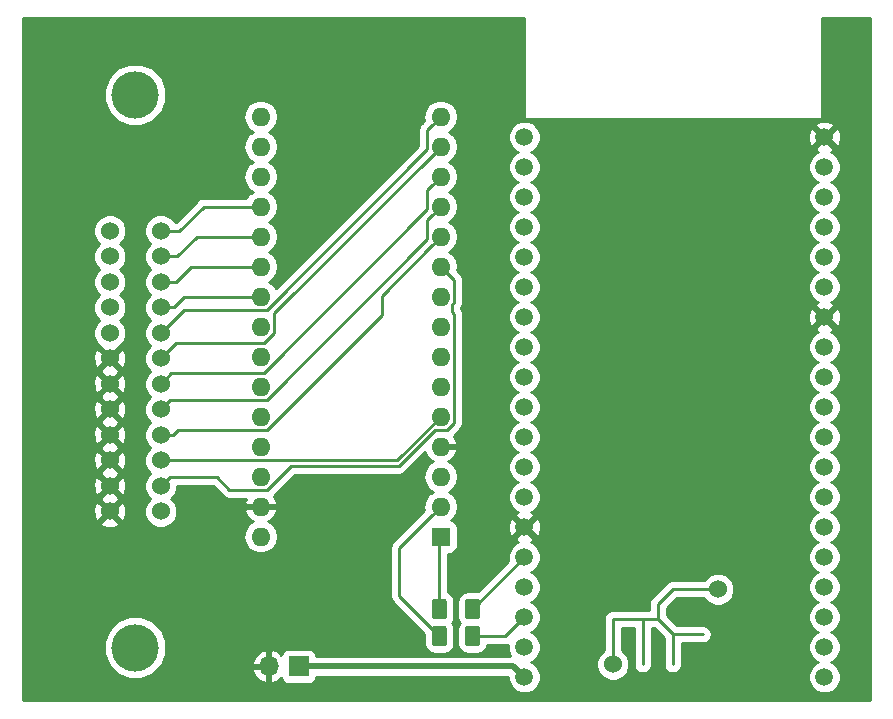
<source format=gbr>
G04 #@! TF.GenerationSoftware,KiCad,Pcbnew,5.0.2-bee76a0~70~ubuntu18.04.1*
G04 #@! TF.CreationDate,2020-08-17T12:26:13+12:00*
G04 #@! TF.ProjectId,Wireless488,57697265-6c65-4737-9334-38382e6b6963,rev?*
G04 #@! TF.SameCoordinates,Original*
G04 #@! TF.FileFunction,Copper,L1,Top*
G04 #@! TF.FilePolarity,Positive*
%FSLAX46Y46*%
G04 Gerber Fmt 4.6, Leading zero omitted, Abs format (unit mm)*
G04 Created by KiCad (PCBNEW 5.0.2-bee76a0~70~ubuntu18.04.1) date Mon 17 Aug 2020 12:26:13 NZST*
%MOMM*%
%LPD*%
G01*
G04 APERTURE LIST*
G04 #@! TA.AperFunction,EtchedComponent*
%ADD10C,0.250000*%
G04 #@! TD*
G04 #@! TA.AperFunction,ViaPad*
%ADD11C,1.524000*%
G04 #@! TD*
G04 #@! TA.AperFunction,ComponentPad*
%ADD12C,1.500000*%
G04 #@! TD*
G04 #@! TA.AperFunction,Conductor*
%ADD13C,0.100000*%
G04 #@! TD*
G04 #@! TA.AperFunction,SMDPad,CuDef*
%ADD14C,1.250000*%
G04 #@! TD*
G04 #@! TA.AperFunction,ComponentPad*
%ADD15R,1.700000X1.700000*%
G04 #@! TD*
G04 #@! TA.AperFunction,ComponentPad*
%ADD16O,1.700000X1.700000*%
G04 #@! TD*
G04 #@! TA.AperFunction,ComponentPad*
%ADD17C,1.524000*%
G04 #@! TD*
G04 #@! TA.AperFunction,ComponentPad*
%ADD18C,4.000000*%
G04 #@! TD*
G04 #@! TA.AperFunction,ComponentPad*
%ADD19R,1.600000X1.600000*%
G04 #@! TD*
G04 #@! TA.AperFunction,ComponentPad*
%ADD20O,1.600000X1.600000*%
G04 #@! TD*
G04 #@! TA.AperFunction,Conductor*
%ADD21C,0.250000*%
G04 #@! TD*
G04 #@! TA.AperFunction,Conductor*
%ADD22C,0.500000*%
G04 #@! TD*
G04 #@! TA.AperFunction,Conductor*
%ADD23C,0.254000*%
G04 #@! TD*
G04 APERTURE END LIST*
D10*
G04 #@! TO.C,SYM1*
X141590000Y-102000000D02*
X141590000Y-105810000D01*
X141590000Y-102000000D02*
X145400000Y-102000000D01*
X145400000Y-102000000D02*
X146670000Y-103270000D01*
X146670000Y-103270000D02*
X149210000Y-103270000D01*
X146670000Y-103270000D02*
X146670000Y-105810000D01*
X144130000Y-102000000D02*
X144130000Y-105810000D01*
X145400000Y-102000000D02*
X145400000Y-100730000D01*
X145400000Y-100730000D02*
X146670000Y-99460000D01*
X146670000Y-99460000D02*
X150480000Y-99460000D01*
G04 #@! TD*
D11*
G04 #@! TO.N,*
G04 #@! TO.C,SYM1*
X150480000Y-99460000D03*
X141590000Y-105810000D03*
G04 #@! TD*
D12*
G04 #@! TO.P,U1,38*
G04 #@! TO.N,GND*
X159500000Y-61180000D03*
G04 #@! TO.P,U1,37*
G04 #@! TO.N,Net-(U1-Pad37)*
X159500000Y-63720000D03*
G04 #@! TO.P,U1,36*
G04 #@! TO.N,Net-(U1-Pad36)*
X159500000Y-66260000D03*
G04 #@! TO.P,U1,35*
G04 #@! TO.N,Net-(U1-Pad35)*
X159500000Y-68800000D03*
G04 #@! TO.P,U1,34*
G04 #@! TO.N,Net-(U1-Pad34)*
X159500000Y-71340000D03*
G04 #@! TO.P,U1,33*
G04 #@! TO.N,Net-(U1-Pad33)*
X159500000Y-73880000D03*
G04 #@! TO.P,U1,32*
G04 #@! TO.N,GND*
X159500000Y-76420000D03*
G04 #@! TO.P,U1,31*
G04 #@! TO.N,Net-(U1-Pad31)*
X159500000Y-78960000D03*
G04 #@! TO.P,U1,30*
G04 #@! TO.N,Net-(U1-Pad30)*
X159500000Y-81500000D03*
G04 #@! TO.P,U1,29*
G04 #@! TO.N,Net-(U1-Pad29)*
X159500000Y-84040000D03*
G04 #@! TO.P,U1,28*
G04 #@! TO.N,Net-(U1-Pad28)*
X159500000Y-86580000D03*
G04 #@! TO.P,U1,27*
G04 #@! TO.N,Net-(U1-Pad27)*
X159500000Y-89120000D03*
G04 #@! TO.P,U1,26*
G04 #@! TO.N,Net-(U1-Pad26)*
X159500000Y-91660000D03*
G04 #@! TO.P,U1,25*
G04 #@! TO.N,Net-(U1-Pad25)*
X159500000Y-94200000D03*
G04 #@! TO.P,U1,24*
G04 #@! TO.N,Net-(U1-Pad24)*
X159500000Y-96740000D03*
G04 #@! TO.P,U1,23*
G04 #@! TO.N,Net-(U1-Pad23)*
X159500000Y-99280000D03*
G04 #@! TO.P,U1,22*
G04 #@! TO.N,Net-(U1-Pad22)*
X159500000Y-101820000D03*
G04 #@! TO.P,U1,21*
G04 #@! TO.N,Net-(U1-Pad21)*
X159500000Y-104360000D03*
G04 #@! TO.P,U1,20*
G04 #@! TO.N,Net-(U1-Pad20)*
X159500000Y-106900000D03*
G04 #@! TO.P,U1,19*
G04 #@! TO.N,+5V*
X134100000Y-106900000D03*
G04 #@! TO.P,U1,18*
G04 #@! TO.N,Net-(U1-Pad18)*
X134100000Y-104360000D03*
G04 #@! TO.P,U1,17*
G04 #@! TO.N,/ESP_TX*
X134100000Y-101820000D03*
G04 #@! TO.P,U1,16*
G04 #@! TO.N,Net-(U1-Pad16)*
X134100000Y-99280000D03*
G04 #@! TO.P,U1,15*
G04 #@! TO.N,Net-(R1-Pad2)*
X134100000Y-96740000D03*
G04 #@! TO.P,U1,14*
G04 #@! TO.N,GND*
X134100000Y-94200000D03*
G04 #@! TO.P,U1,13*
G04 #@! TO.N,Net-(U1-Pad13)*
X134100000Y-91660000D03*
G04 #@! TO.P,U1,12*
G04 #@! TO.N,Net-(U1-Pad12)*
X134100000Y-89120000D03*
G04 #@! TO.P,U1,11*
G04 #@! TO.N,Net-(U1-Pad11)*
X134100000Y-86580000D03*
G04 #@! TO.P,U1,10*
G04 #@! TO.N,Net-(U1-Pad10)*
X134100000Y-84040000D03*
G04 #@! TO.P,U1,9*
G04 #@! TO.N,Net-(U1-Pad9)*
X134100000Y-81500000D03*
G04 #@! TO.P,U1,8*
G04 #@! TO.N,Net-(U1-Pad8)*
X134100000Y-78960000D03*
G04 #@! TO.P,U1,7*
G04 #@! TO.N,Net-(U1-Pad7)*
X134100000Y-76420000D03*
G04 #@! TO.P,U1,6*
G04 #@! TO.N,Net-(U1-Pad6)*
X134100000Y-73880000D03*
G04 #@! TO.P,U1,5*
G04 #@! TO.N,Net-(U1-Pad5)*
X134100000Y-71340000D03*
G04 #@! TO.P,U1,4*
G04 #@! TO.N,Net-(U1-Pad4)*
X134100000Y-68800000D03*
G04 #@! TO.P,U1,3*
G04 #@! TO.N,Net-(U1-Pad3)*
X134100000Y-66260000D03*
G04 #@! TO.P,U1,2*
G04 #@! TO.N,Net-(U1-Pad2)*
X134100000Y-63720000D03*
G04 #@! TO.P,U1,1*
G04 #@! TO.N,Net-(U1-Pad1)*
X134100000Y-61180000D03*
G04 #@! TD*
D13*
G04 #@! TO.N,/ESP_TX*
G04 #@! TO.C,R2*
G36*
X130104505Y-102561205D02*
X130128774Y-102564805D01*
X130152572Y-102570766D01*
X130175672Y-102579031D01*
X130197850Y-102589521D01*
X130218894Y-102602134D01*
X130238599Y-102616748D01*
X130256778Y-102633224D01*
X130273254Y-102651403D01*
X130287868Y-102671108D01*
X130300481Y-102692152D01*
X130310971Y-102714330D01*
X130319236Y-102737430D01*
X130325197Y-102761228D01*
X130328797Y-102785497D01*
X130330001Y-102810001D01*
X130330001Y-104060001D01*
X130328797Y-104084505D01*
X130325197Y-104108774D01*
X130319236Y-104132572D01*
X130310971Y-104155672D01*
X130300481Y-104177850D01*
X130287868Y-104198894D01*
X130273254Y-104218599D01*
X130256778Y-104236778D01*
X130238599Y-104253254D01*
X130218894Y-104267868D01*
X130197850Y-104280481D01*
X130175672Y-104290971D01*
X130152572Y-104299236D01*
X130128774Y-104305197D01*
X130104505Y-104308797D01*
X130080001Y-104310001D01*
X129330001Y-104310001D01*
X129305497Y-104308797D01*
X129281228Y-104305197D01*
X129257430Y-104299236D01*
X129234330Y-104290971D01*
X129212152Y-104280481D01*
X129191108Y-104267868D01*
X129171403Y-104253254D01*
X129153224Y-104236778D01*
X129136748Y-104218599D01*
X129122134Y-104198894D01*
X129109521Y-104177850D01*
X129099031Y-104155672D01*
X129090766Y-104132572D01*
X129084805Y-104108774D01*
X129081205Y-104084505D01*
X129080001Y-104060001D01*
X129080001Y-102810001D01*
X129081205Y-102785497D01*
X129084805Y-102761228D01*
X129090766Y-102737430D01*
X129099031Y-102714330D01*
X129109521Y-102692152D01*
X129122134Y-102671108D01*
X129136748Y-102651403D01*
X129153224Y-102633224D01*
X129171403Y-102616748D01*
X129191108Y-102602134D01*
X129212152Y-102589521D01*
X129234330Y-102579031D01*
X129257430Y-102570766D01*
X129281228Y-102564805D01*
X129305497Y-102561205D01*
X129330001Y-102560001D01*
X130080001Y-102560001D01*
X130104505Y-102561205D01*
X130104505Y-102561205D01*
G37*
D14*
G04 #@! TD*
G04 #@! TO.P,R2,2*
G04 #@! TO.N,/ESP_TX*
X129705001Y-103435001D03*
D13*
G04 #@! TO.N,Net-(A1-Pad2)*
G04 #@! TO.C,R2*
G36*
X127304505Y-102561205D02*
X127328774Y-102564805D01*
X127352572Y-102570766D01*
X127375672Y-102579031D01*
X127397850Y-102589521D01*
X127418894Y-102602134D01*
X127438599Y-102616748D01*
X127456778Y-102633224D01*
X127473254Y-102651403D01*
X127487868Y-102671108D01*
X127500481Y-102692152D01*
X127510971Y-102714330D01*
X127519236Y-102737430D01*
X127525197Y-102761228D01*
X127528797Y-102785497D01*
X127530001Y-102810001D01*
X127530001Y-104060001D01*
X127528797Y-104084505D01*
X127525197Y-104108774D01*
X127519236Y-104132572D01*
X127510971Y-104155672D01*
X127500481Y-104177850D01*
X127487868Y-104198894D01*
X127473254Y-104218599D01*
X127456778Y-104236778D01*
X127438599Y-104253254D01*
X127418894Y-104267868D01*
X127397850Y-104280481D01*
X127375672Y-104290971D01*
X127352572Y-104299236D01*
X127328774Y-104305197D01*
X127304505Y-104308797D01*
X127280001Y-104310001D01*
X126530001Y-104310001D01*
X126505497Y-104308797D01*
X126481228Y-104305197D01*
X126457430Y-104299236D01*
X126434330Y-104290971D01*
X126412152Y-104280481D01*
X126391108Y-104267868D01*
X126371403Y-104253254D01*
X126353224Y-104236778D01*
X126336748Y-104218599D01*
X126322134Y-104198894D01*
X126309521Y-104177850D01*
X126299031Y-104155672D01*
X126290766Y-104132572D01*
X126284805Y-104108774D01*
X126281205Y-104084505D01*
X126280001Y-104060001D01*
X126280001Y-102810001D01*
X126281205Y-102785497D01*
X126284805Y-102761228D01*
X126290766Y-102737430D01*
X126299031Y-102714330D01*
X126309521Y-102692152D01*
X126322134Y-102671108D01*
X126336748Y-102651403D01*
X126353224Y-102633224D01*
X126371403Y-102616748D01*
X126391108Y-102602134D01*
X126412152Y-102589521D01*
X126434330Y-102579031D01*
X126457430Y-102570766D01*
X126481228Y-102564805D01*
X126505497Y-102561205D01*
X126530001Y-102560001D01*
X127280001Y-102560001D01*
X127304505Y-102561205D01*
X127304505Y-102561205D01*
G37*
D14*
G04 #@! TD*
G04 #@! TO.P,R2,1*
G04 #@! TO.N,Net-(A1-Pad2)*
X126905001Y-103435001D03*
D13*
G04 #@! TO.N,Net-(A1-Pad1)*
G04 #@! TO.C,R1*
G36*
X127304505Y-100271205D02*
X127328774Y-100274805D01*
X127352572Y-100280766D01*
X127375672Y-100289031D01*
X127397850Y-100299521D01*
X127418894Y-100312134D01*
X127438599Y-100326748D01*
X127456778Y-100343224D01*
X127473254Y-100361403D01*
X127487868Y-100381108D01*
X127500481Y-100402152D01*
X127510971Y-100424330D01*
X127519236Y-100447430D01*
X127525197Y-100471228D01*
X127528797Y-100495497D01*
X127530001Y-100520001D01*
X127530001Y-101770001D01*
X127528797Y-101794505D01*
X127525197Y-101818774D01*
X127519236Y-101842572D01*
X127510971Y-101865672D01*
X127500481Y-101887850D01*
X127487868Y-101908894D01*
X127473254Y-101928599D01*
X127456778Y-101946778D01*
X127438599Y-101963254D01*
X127418894Y-101977868D01*
X127397850Y-101990481D01*
X127375672Y-102000971D01*
X127352572Y-102009236D01*
X127328774Y-102015197D01*
X127304505Y-102018797D01*
X127280001Y-102020001D01*
X126530001Y-102020001D01*
X126505497Y-102018797D01*
X126481228Y-102015197D01*
X126457430Y-102009236D01*
X126434330Y-102000971D01*
X126412152Y-101990481D01*
X126391108Y-101977868D01*
X126371403Y-101963254D01*
X126353224Y-101946778D01*
X126336748Y-101928599D01*
X126322134Y-101908894D01*
X126309521Y-101887850D01*
X126299031Y-101865672D01*
X126290766Y-101842572D01*
X126284805Y-101818774D01*
X126281205Y-101794505D01*
X126280001Y-101770001D01*
X126280001Y-100520001D01*
X126281205Y-100495497D01*
X126284805Y-100471228D01*
X126290766Y-100447430D01*
X126299031Y-100424330D01*
X126309521Y-100402152D01*
X126322134Y-100381108D01*
X126336748Y-100361403D01*
X126353224Y-100343224D01*
X126371403Y-100326748D01*
X126391108Y-100312134D01*
X126412152Y-100299521D01*
X126434330Y-100289031D01*
X126457430Y-100280766D01*
X126481228Y-100274805D01*
X126505497Y-100271205D01*
X126530001Y-100270001D01*
X127280001Y-100270001D01*
X127304505Y-100271205D01*
X127304505Y-100271205D01*
G37*
D14*
G04 #@! TD*
G04 #@! TO.P,R1,1*
G04 #@! TO.N,Net-(A1-Pad1)*
X126905001Y-101145001D03*
D13*
G04 #@! TO.N,Net-(R1-Pad2)*
G04 #@! TO.C,R1*
G36*
X130104505Y-100271205D02*
X130128774Y-100274805D01*
X130152572Y-100280766D01*
X130175672Y-100289031D01*
X130197850Y-100299521D01*
X130218894Y-100312134D01*
X130238599Y-100326748D01*
X130256778Y-100343224D01*
X130273254Y-100361403D01*
X130287868Y-100381108D01*
X130300481Y-100402152D01*
X130310971Y-100424330D01*
X130319236Y-100447430D01*
X130325197Y-100471228D01*
X130328797Y-100495497D01*
X130330001Y-100520001D01*
X130330001Y-101770001D01*
X130328797Y-101794505D01*
X130325197Y-101818774D01*
X130319236Y-101842572D01*
X130310971Y-101865672D01*
X130300481Y-101887850D01*
X130287868Y-101908894D01*
X130273254Y-101928599D01*
X130256778Y-101946778D01*
X130238599Y-101963254D01*
X130218894Y-101977868D01*
X130197850Y-101990481D01*
X130175672Y-102000971D01*
X130152572Y-102009236D01*
X130128774Y-102015197D01*
X130104505Y-102018797D01*
X130080001Y-102020001D01*
X129330001Y-102020001D01*
X129305497Y-102018797D01*
X129281228Y-102015197D01*
X129257430Y-102009236D01*
X129234330Y-102000971D01*
X129212152Y-101990481D01*
X129191108Y-101977868D01*
X129171403Y-101963254D01*
X129153224Y-101946778D01*
X129136748Y-101928599D01*
X129122134Y-101908894D01*
X129109521Y-101887850D01*
X129099031Y-101865672D01*
X129090766Y-101842572D01*
X129084805Y-101818774D01*
X129081205Y-101794505D01*
X129080001Y-101770001D01*
X129080001Y-100520001D01*
X129081205Y-100495497D01*
X129084805Y-100471228D01*
X129090766Y-100447430D01*
X129099031Y-100424330D01*
X129109521Y-100402152D01*
X129122134Y-100381108D01*
X129136748Y-100361403D01*
X129153224Y-100343224D01*
X129171403Y-100326748D01*
X129191108Y-100312134D01*
X129212152Y-100299521D01*
X129234330Y-100289031D01*
X129257430Y-100280766D01*
X129281228Y-100274805D01*
X129305497Y-100271205D01*
X129330001Y-100270001D01*
X130080001Y-100270001D01*
X130104505Y-100271205D01*
X130104505Y-100271205D01*
G37*
D14*
G04 #@! TD*
G04 #@! TO.P,R1,2*
G04 #@! TO.N,Net-(R1-Pad2)*
X129705001Y-101145001D03*
D15*
G04 #@! TO.P,J2,1*
G04 #@! TO.N,+5V*
X115000000Y-106000000D03*
D16*
G04 #@! TO.P,J2,2*
G04 #@! TO.N,GND*
X112460000Y-106000000D03*
G04 #@! TD*
D17*
G04 #@! TO.P,J1,1*
G04 #@! TO.N,/DIO1*
X103290000Y-69120000D03*
G04 #@! TO.P,J1,2*
G04 #@! TO.N,/DIO2*
X103290000Y-71280000D03*
G04 #@! TO.P,J1,3*
G04 #@! TO.N,/DIO3*
X103290000Y-73440000D03*
G04 #@! TO.P,J1,4*
G04 #@! TO.N,/DIO4*
X103290000Y-75600000D03*
G04 #@! TO.P,J1,5*
G04 #@! TO.N,/EOI*
X103290000Y-77760000D03*
G04 #@! TO.P,J1,6*
G04 #@! TO.N,/DAV*
X103290000Y-79920000D03*
G04 #@! TO.P,J1,7*
G04 #@! TO.N,/NRFD*
X103290000Y-82080000D03*
G04 #@! TO.P,J1,8*
G04 #@! TO.N,/NDAC*
X103290000Y-84240000D03*
G04 #@! TO.P,J1,9*
G04 #@! TO.N,/IFC*
X103290000Y-86400000D03*
G04 #@! TO.P,J1,10*
G04 #@! TO.N,/SRQ*
X103290000Y-88560000D03*
G04 #@! TO.P,J1,11*
G04 #@! TO.N,/ATN*
X103290000Y-90720000D03*
G04 #@! TO.P,J1,12*
G04 #@! TO.N,/ChassisGND*
X103290000Y-92880000D03*
G04 #@! TO.P,J1,13*
G04 #@! TO.N,/DIO5*
X99000000Y-69120000D03*
G04 #@! TO.P,J1,14*
G04 #@! TO.N,/DIO6*
X99000000Y-71280000D03*
G04 #@! TO.P,J1,15*
G04 #@! TO.N,/DIO7*
X99000000Y-73440000D03*
G04 #@! TO.P,J1,16*
G04 #@! TO.N,/DIO8*
X99000000Y-75600000D03*
G04 #@! TO.P,J1,17*
G04 #@! TO.N,/REN*
X99000000Y-77760000D03*
G04 #@! TO.P,J1,18*
G04 #@! TO.N,GND*
X99000000Y-79920000D03*
G04 #@! TO.P,J1,19*
X99000000Y-82080000D03*
G04 #@! TO.P,J1,20*
X99000000Y-84240000D03*
G04 #@! TO.P,J1,21*
X99000000Y-86400000D03*
G04 #@! TO.P,J1,22*
X99000000Y-88560000D03*
G04 #@! TO.P,J1,23*
X99000000Y-90720000D03*
G04 #@! TO.P,J1,24*
X99000000Y-92880000D03*
D18*
G04 #@! TO.P,J1,*
G04 #@! TO.N,*
X101140000Y-57600000D03*
X101140000Y-104400000D03*
G04 #@! TD*
D19*
G04 #@! TO.P,A1,1*
G04 #@! TO.N,Net-(A1-Pad1)*
X127000000Y-95000000D03*
D20*
G04 #@! TO.P,A1,17*
G04 #@! TO.N,Net-(A1-Pad17)*
X111760000Y-61980000D03*
G04 #@! TO.P,A1,2*
G04 #@! TO.N,Net-(A1-Pad2)*
X127000000Y-92460000D03*
G04 #@! TO.P,A1,18*
G04 #@! TO.N,Net-(A1-Pad18)*
X111760000Y-64520000D03*
G04 #@! TO.P,A1,3*
G04 #@! TO.N,Net-(A1-Pad3)*
X127000000Y-89920000D03*
G04 #@! TO.P,A1,19*
G04 #@! TO.N,/DIO1*
X111760000Y-67060000D03*
G04 #@! TO.P,A1,4*
G04 #@! TO.N,GND*
X127000000Y-87380000D03*
G04 #@! TO.P,A1,20*
G04 #@! TO.N,/DIO2*
X111760000Y-69600000D03*
G04 #@! TO.P,A1,5*
G04 #@! TO.N,/SRQ*
X127000000Y-84840000D03*
G04 #@! TO.P,A1,21*
G04 #@! TO.N,/DIO3*
X111760000Y-72140000D03*
G04 #@! TO.P,A1,6*
G04 #@! TO.N,/REN*
X127000000Y-82300000D03*
G04 #@! TO.P,A1,22*
G04 #@! TO.N,/DIO4*
X111760000Y-74680000D03*
G04 #@! TO.P,A1,7*
G04 #@! TO.N,/DIO7*
X127000000Y-79760000D03*
G04 #@! TO.P,A1,23*
G04 #@! TO.N,/DIO5*
X111760000Y-77220000D03*
G04 #@! TO.P,A1,8*
G04 #@! TO.N,/DIO8*
X127000000Y-77220000D03*
G04 #@! TO.P,A1,24*
G04 #@! TO.N,/DIO6*
X111760000Y-79760000D03*
G04 #@! TO.P,A1,9*
G04 #@! TO.N,Net-(A1-Pad9)*
X127000000Y-74680000D03*
G04 #@! TO.P,A1,25*
G04 #@! TO.N,Net-(A1-Pad25)*
X111760000Y-82300000D03*
G04 #@! TO.P,A1,10*
G04 #@! TO.N,/ATN*
X127000000Y-72140000D03*
G04 #@! TO.P,A1,26*
G04 #@! TO.N,Net-(A1-Pad26)*
X111760000Y-84840000D03*
G04 #@! TO.P,A1,11*
G04 #@! TO.N,/IFC*
X127000000Y-69600000D03*
G04 #@! TO.P,A1,27*
G04 #@! TO.N,+5V*
X111760000Y-87380000D03*
G04 #@! TO.P,A1,12*
G04 #@! TO.N,/NDAC*
X127000000Y-67060000D03*
G04 #@! TO.P,A1,28*
G04 #@! TO.N,Net-(A1-Pad28)*
X111760000Y-89920000D03*
G04 #@! TO.P,A1,13*
G04 #@! TO.N,/NRFD*
X127000000Y-64520000D03*
G04 #@! TO.P,A1,29*
G04 #@! TO.N,GND*
X111760000Y-92460000D03*
G04 #@! TO.P,A1,14*
G04 #@! TO.N,/DAV*
X127000000Y-61980000D03*
G04 #@! TO.P,A1,30*
G04 #@! TO.N,Net-(A1-Pad30)*
X111760000Y-95000000D03*
G04 #@! TO.P,A1,15*
G04 #@! TO.N,/EOI*
X127000000Y-59440000D03*
G04 #@! TO.P,A1,16*
G04 #@! TO.N,Net-(A1-Pad16)*
X111760000Y-59440000D03*
G04 #@! TD*
D21*
G04 #@! TO.N,Net-(A1-Pad1)*
X127250000Y-95000000D02*
X127000000Y-95000000D01*
X126905001Y-95094999D02*
X127000000Y-95000000D01*
X126905001Y-101145001D02*
X126905001Y-95094999D01*
G04 #@! TO.N,Net-(A1-Pad2)*
X127250000Y-92460000D02*
X127000000Y-92460000D01*
X126200001Y-93259999D02*
X127000000Y-92460000D01*
X123500000Y-95960000D02*
X126200001Y-93259999D01*
X123500000Y-100030000D02*
X123500000Y-95960000D01*
X126905001Y-103435001D02*
X123500000Y-100030000D01*
G04 #@! TO.N,/DIO1*
X103290000Y-69120000D02*
X104880000Y-69120000D01*
X106940000Y-67060000D02*
X111760000Y-67060000D01*
X104880000Y-69120000D02*
X106940000Y-67060000D01*
G04 #@! TO.N,/DIO2*
X103290000Y-71280000D02*
X104720000Y-71280000D01*
X106400000Y-69600000D02*
X111760000Y-69600000D01*
X104720000Y-71280000D02*
X106400000Y-69600000D01*
G04 #@! TO.N,/SRQ*
X123280000Y-88560000D02*
X127000000Y-84840000D01*
X103290000Y-88560000D02*
X123280000Y-88560000D01*
G04 #@! TO.N,/DIO3*
X103290000Y-73440000D02*
X104560000Y-73440000D01*
X105860000Y-72140000D02*
X111760000Y-72140000D01*
X104560000Y-73440000D02*
X105860000Y-72140000D01*
G04 #@! TO.N,/DIO4*
X103290000Y-75600000D02*
X104400000Y-75600000D01*
X105320000Y-74680000D02*
X111760000Y-74680000D01*
X104400000Y-75600000D02*
X105320000Y-74680000D01*
G04 #@! TO.N,/ATN*
X127799999Y-72939999D02*
X127000000Y-72140000D01*
X128125001Y-73265001D02*
X127799999Y-72939999D01*
X128000000Y-75345002D02*
X128125001Y-75220001D01*
X128125001Y-76125001D02*
X128000000Y-76000000D01*
X126511409Y-85965001D02*
X127540001Y-85965001D01*
X123466401Y-89010009D02*
X126511409Y-85965001D01*
X114334993Y-89010009D02*
X123466401Y-89010009D01*
X112300001Y-91045001D02*
X114334993Y-89010009D01*
X128125001Y-75220001D02*
X128125001Y-73265001D01*
X128000000Y-76000000D02*
X128000000Y-75345002D01*
X127540001Y-85965001D02*
X128125001Y-85380001D01*
X109128999Y-91045001D02*
X112300001Y-91045001D01*
X128125001Y-85380001D02*
X128125001Y-76125001D01*
X108041999Y-89958001D02*
X109128999Y-91045001D01*
X104051999Y-89958001D02*
X108041999Y-89958001D01*
X103290000Y-90720000D02*
X104051999Y-89958001D01*
G04 #@! TO.N,/IFC*
X122000000Y-74600000D02*
X126200001Y-70399999D01*
X122000000Y-76265002D02*
X122000000Y-74600000D01*
X112300001Y-85965001D02*
X122000000Y-76265002D01*
X104802629Y-85965001D02*
X112300001Y-85965001D01*
X126200001Y-70399999D02*
X127000000Y-69600000D01*
X104367630Y-86400000D02*
X104802629Y-85965001D01*
X103290000Y-86400000D02*
X104367630Y-86400000D01*
D22*
G04 #@! TO.N,+5V*
X133170000Y-106000000D02*
X134030000Y-106860000D01*
X115000000Y-106000000D02*
X133170000Y-106000000D01*
D21*
G04 #@! TO.N,/NDAC*
X125874999Y-69850003D02*
X125874999Y-68185001D01*
X125874999Y-68185001D02*
X126200001Y-67859999D01*
X112300001Y-83425001D02*
X125874999Y-69850003D01*
X104104999Y-83425001D02*
X112300001Y-83425001D01*
X126200001Y-67859999D02*
X127000000Y-67060000D01*
X103290000Y-84240000D02*
X104104999Y-83425001D01*
G04 #@! TO.N,/NRFD*
X126200001Y-65319999D02*
X127000000Y-64520000D01*
X125874999Y-67310003D02*
X125874999Y-65645001D01*
X112010003Y-81174999D02*
X125874999Y-67310003D01*
X125874999Y-65645001D02*
X126200001Y-65319999D01*
X104195001Y-81174999D02*
X112010003Y-81174999D01*
X103290000Y-82080000D02*
X104195001Y-81174999D01*
G04 #@! TO.N,/DAV*
X104051999Y-79158001D02*
X103290000Y-79920000D01*
X104575001Y-78634999D02*
X104051999Y-79158001D01*
X112010003Y-78634999D02*
X104575001Y-78634999D01*
X112885001Y-77760001D02*
X112010003Y-78634999D01*
X112885001Y-76094999D02*
X112885001Y-77760001D01*
X127000000Y-61980000D02*
X112885001Y-76094999D01*
G04 #@! TO.N,/EOI*
X125874999Y-60565001D02*
X126200001Y-60239999D01*
X126200001Y-60239999D02*
X127000000Y-59440000D01*
X112300001Y-75805001D02*
X125874999Y-62230003D01*
X105244999Y-75805001D02*
X112300001Y-75805001D01*
X125874999Y-62230003D02*
X125874999Y-60565001D01*
X103290000Y-77760000D02*
X105244999Y-75805001D01*
G04 #@! TO.N,Net-(R1-Pad2)*
X134100000Y-96750002D02*
X134100000Y-96740000D01*
X129705001Y-101145001D02*
X134100000Y-96750002D01*
G04 #@! TO.N,/ESP_TX*
X132484999Y-103435001D02*
X134100000Y-101820000D01*
X129705001Y-103435001D02*
X132484999Y-103435001D01*
G04 #@! TD*
D23*
G04 #@! TO.N,GND*
G36*
X134051186Y-59500000D02*
X134060853Y-59548601D01*
X134088383Y-59589803D01*
X134129585Y-59617333D01*
X134178186Y-59627000D01*
X159178186Y-59627000D01*
X159226787Y-59617333D01*
X159267989Y-59589803D01*
X159295519Y-59548601D01*
X159305186Y-59500000D01*
X159305186Y-51127000D01*
X163373000Y-51127000D01*
X163373000Y-108873000D01*
X91627000Y-108873000D01*
X91627000Y-103875866D01*
X98505000Y-103875866D01*
X98505000Y-104924134D01*
X98906155Y-105892608D01*
X99647392Y-106633845D01*
X100615866Y-107035000D01*
X101664134Y-107035000D01*
X102632608Y-106633845D01*
X102909561Y-106356892D01*
X111018514Y-106356892D01*
X111264817Y-106881358D01*
X111693076Y-107271645D01*
X112103110Y-107441476D01*
X112333000Y-107320155D01*
X112333000Y-106127000D01*
X111139181Y-106127000D01*
X111018514Y-106356892D01*
X102909561Y-106356892D01*
X103373845Y-105892608D01*
X103477191Y-105643108D01*
X111018514Y-105643108D01*
X111139181Y-105873000D01*
X112333000Y-105873000D01*
X112333000Y-104679845D01*
X112587000Y-104679845D01*
X112587000Y-105873000D01*
X112607000Y-105873000D01*
X112607000Y-106127000D01*
X112587000Y-106127000D01*
X112587000Y-107320155D01*
X112816890Y-107441476D01*
X113226924Y-107271645D01*
X113531261Y-106994292D01*
X113551843Y-107097765D01*
X113692191Y-107307809D01*
X113902235Y-107448157D01*
X114150000Y-107497440D01*
X115850000Y-107497440D01*
X116097765Y-107448157D01*
X116307809Y-107307809D01*
X116448157Y-107097765D01*
X116490478Y-106885000D01*
X132715000Y-106885000D01*
X132715000Y-107175494D01*
X132925853Y-107684540D01*
X133315460Y-108074147D01*
X133824506Y-108285000D01*
X134375494Y-108285000D01*
X134884540Y-108074147D01*
X135274147Y-107684540D01*
X135485000Y-107175494D01*
X135485000Y-106624506D01*
X135274147Y-106115460D01*
X134884540Y-105725853D01*
X134653130Y-105630000D01*
X134884540Y-105534147D01*
X134886568Y-105532119D01*
X140193000Y-105532119D01*
X140193000Y-106087881D01*
X140405680Y-106601337D01*
X140798663Y-106994320D01*
X141312119Y-107207000D01*
X141867881Y-107207000D01*
X142381337Y-106994320D01*
X142774320Y-106601337D01*
X142987000Y-106087881D01*
X142987000Y-105532119D01*
X142774320Y-105018663D01*
X142381337Y-104625680D01*
X142350000Y-104612700D01*
X142350000Y-102760000D01*
X143370000Y-102760000D01*
X143370001Y-105884852D01*
X143414097Y-106106537D01*
X143582072Y-106357929D01*
X143833464Y-106525904D01*
X144130000Y-106584889D01*
X144426537Y-106525904D01*
X144677929Y-106357929D01*
X144845904Y-106106537D01*
X144890000Y-105884852D01*
X144890000Y-102760000D01*
X145085199Y-102760000D01*
X145910000Y-103584802D01*
X145910001Y-105884852D01*
X145954097Y-106106537D01*
X146122072Y-106357929D01*
X146373464Y-106525904D01*
X146670000Y-106584889D01*
X146966537Y-106525904D01*
X147217929Y-106357929D01*
X147385904Y-106106537D01*
X147430000Y-105884852D01*
X147430000Y-104030000D01*
X149284852Y-104030000D01*
X149506537Y-103985904D01*
X149757929Y-103817929D01*
X149925904Y-103566537D01*
X149984889Y-103270000D01*
X149925904Y-102973463D01*
X149757929Y-102722071D01*
X149506537Y-102554096D01*
X149284852Y-102510000D01*
X146984802Y-102510000D01*
X146160000Y-101685199D01*
X146160000Y-101044801D01*
X146984802Y-100220000D01*
X149282700Y-100220000D01*
X149295680Y-100251337D01*
X149688663Y-100644320D01*
X150202119Y-100857000D01*
X150757881Y-100857000D01*
X151271337Y-100644320D01*
X151664320Y-100251337D01*
X151877000Y-99737881D01*
X151877000Y-99182119D01*
X151664320Y-98668663D01*
X151271337Y-98275680D01*
X150757881Y-98063000D01*
X150202119Y-98063000D01*
X149688663Y-98275680D01*
X149295680Y-98668663D01*
X149282700Y-98700000D01*
X146744846Y-98700000D01*
X146669999Y-98685112D01*
X146595152Y-98700000D01*
X146595148Y-98700000D01*
X146373463Y-98744096D01*
X146122071Y-98912071D01*
X146079671Y-98975527D01*
X144915528Y-100139671D01*
X144852072Y-100182071D01*
X144809672Y-100245527D01*
X144809671Y-100245528D01*
X144684097Y-100433463D01*
X144625112Y-100730000D01*
X144640001Y-100804851D01*
X144640001Y-101240000D01*
X144204852Y-101240000D01*
X144130000Y-101225111D01*
X144055148Y-101240000D01*
X141664852Y-101240000D01*
X141590000Y-101225111D01*
X141515148Y-101240000D01*
X141293463Y-101284096D01*
X141042071Y-101452071D01*
X140874096Y-101703463D01*
X140815111Y-102000000D01*
X140830000Y-102074851D01*
X140830001Y-104612700D01*
X140798663Y-104625680D01*
X140405680Y-105018663D01*
X140193000Y-105532119D01*
X134886568Y-105532119D01*
X135274147Y-105144540D01*
X135485000Y-104635494D01*
X135485000Y-104084506D01*
X135274147Y-103575460D01*
X134884540Y-103185853D01*
X134653130Y-103090000D01*
X134884540Y-102994147D01*
X135274147Y-102604540D01*
X135485000Y-102095494D01*
X135485000Y-101544506D01*
X135274147Y-101035460D01*
X134884540Y-100645853D01*
X134653130Y-100550000D01*
X134884540Y-100454147D01*
X135274147Y-100064540D01*
X135485000Y-99555494D01*
X135485000Y-99004506D01*
X135274147Y-98495460D01*
X134884540Y-98105853D01*
X134653130Y-98010000D01*
X134884540Y-97914147D01*
X135274147Y-97524540D01*
X135485000Y-97015494D01*
X135485000Y-96464506D01*
X135274147Y-95955460D01*
X134884540Y-95565853D01*
X134669070Y-95476603D01*
X134823923Y-95412460D01*
X134891912Y-95171517D01*
X134100000Y-94379605D01*
X133308088Y-95171517D01*
X133376077Y-95412460D01*
X133542658Y-95471745D01*
X133315460Y-95565853D01*
X132925853Y-95955460D01*
X132715000Y-96464506D01*
X132715000Y-97015494D01*
X132728094Y-97047106D01*
X130140588Y-99634613D01*
X130080001Y-99622561D01*
X129330001Y-99622561D01*
X128986566Y-99690875D01*
X128695415Y-99885415D01*
X128500875Y-100176566D01*
X128432561Y-100520001D01*
X128432561Y-101770001D01*
X128500875Y-102113436D01*
X128618851Y-102290001D01*
X128500875Y-102466566D01*
X128432561Y-102810001D01*
X128432561Y-104060001D01*
X128500875Y-104403436D01*
X128695415Y-104694587D01*
X128986566Y-104889127D01*
X129330001Y-104957441D01*
X130080001Y-104957441D01*
X130423436Y-104889127D01*
X130714587Y-104694587D01*
X130909127Y-104403436D01*
X130950588Y-104195001D01*
X132410152Y-104195001D01*
X132484999Y-104209889D01*
X132559846Y-104195001D01*
X132559851Y-104195001D01*
X132715000Y-104164140D01*
X132715000Y-104635494D01*
X132913617Y-105115000D01*
X116490478Y-105115000D01*
X116448157Y-104902235D01*
X116307809Y-104692191D01*
X116097765Y-104551843D01*
X115850000Y-104502560D01*
X114150000Y-104502560D01*
X113902235Y-104551843D01*
X113692191Y-104692191D01*
X113551843Y-104902235D01*
X113531261Y-105005708D01*
X113226924Y-104728355D01*
X112816890Y-104558524D01*
X112587000Y-104679845D01*
X112333000Y-104679845D01*
X112103110Y-104558524D01*
X111693076Y-104728355D01*
X111264817Y-105118642D01*
X111018514Y-105643108D01*
X103477191Y-105643108D01*
X103775000Y-104924134D01*
X103775000Y-103875866D01*
X103373845Y-102907392D01*
X102632608Y-102166155D01*
X101664134Y-101765000D01*
X100615866Y-101765000D01*
X99647392Y-102166155D01*
X98906155Y-102907392D01*
X98505000Y-103875866D01*
X91627000Y-103875866D01*
X91627000Y-95000000D01*
X110296887Y-95000000D01*
X110408260Y-95559909D01*
X110725423Y-96034577D01*
X111200091Y-96351740D01*
X111618667Y-96435000D01*
X111901333Y-96435000D01*
X112319909Y-96351740D01*
X112794577Y-96034577D01*
X113111740Y-95559909D01*
X113223113Y-95000000D01*
X113111740Y-94440091D01*
X112794577Y-93965423D01*
X112410892Y-93709053D01*
X112615134Y-93612389D01*
X112991041Y-93197423D01*
X113151904Y-92809039D01*
X113029915Y-92587000D01*
X111887000Y-92587000D01*
X111887000Y-92607000D01*
X111633000Y-92607000D01*
X111633000Y-92587000D01*
X110490085Y-92587000D01*
X110368096Y-92809039D01*
X110528959Y-93197423D01*
X110904866Y-93612389D01*
X111109108Y-93709053D01*
X110725423Y-93965423D01*
X110408260Y-94440091D01*
X110296887Y-95000000D01*
X91627000Y-95000000D01*
X91627000Y-93860213D01*
X98199392Y-93860213D01*
X98268857Y-94102397D01*
X98792302Y-94289144D01*
X99347368Y-94261362D01*
X99731143Y-94102397D01*
X99800608Y-93860213D01*
X99000000Y-93059605D01*
X98199392Y-93860213D01*
X91627000Y-93860213D01*
X91627000Y-92672302D01*
X97590856Y-92672302D01*
X97618638Y-93227368D01*
X97777603Y-93611143D01*
X98019787Y-93680608D01*
X98820395Y-92880000D01*
X99179605Y-92880000D01*
X99980213Y-93680608D01*
X100222397Y-93611143D01*
X100409144Y-93087698D01*
X100381362Y-92532632D01*
X100222397Y-92148857D01*
X99980213Y-92079392D01*
X99179605Y-92880000D01*
X98820395Y-92880000D01*
X98019787Y-92079392D01*
X97777603Y-92148857D01*
X97590856Y-92672302D01*
X91627000Y-92672302D01*
X91627000Y-91700213D01*
X98199392Y-91700213D01*
X98228014Y-91800000D01*
X98199392Y-91899787D01*
X99000000Y-92700395D01*
X99800608Y-91899787D01*
X99771986Y-91800000D01*
X99800608Y-91700213D01*
X99000000Y-90899605D01*
X98199392Y-91700213D01*
X91627000Y-91700213D01*
X91627000Y-90512302D01*
X97590856Y-90512302D01*
X97618638Y-91067368D01*
X97777603Y-91451143D01*
X98019787Y-91520608D01*
X98820395Y-90720000D01*
X99179605Y-90720000D01*
X99980213Y-91520608D01*
X100222397Y-91451143D01*
X100409144Y-90927698D01*
X100381362Y-90372632D01*
X100222397Y-89988857D01*
X99980213Y-89919392D01*
X99179605Y-90720000D01*
X98820395Y-90720000D01*
X98019787Y-89919392D01*
X97777603Y-89988857D01*
X97590856Y-90512302D01*
X91627000Y-90512302D01*
X91627000Y-89540213D01*
X98199392Y-89540213D01*
X98228014Y-89640000D01*
X98199392Y-89739787D01*
X99000000Y-90540395D01*
X99800608Y-89739787D01*
X99771986Y-89640000D01*
X99800608Y-89540213D01*
X99000000Y-88739605D01*
X98199392Y-89540213D01*
X91627000Y-89540213D01*
X91627000Y-88352302D01*
X97590856Y-88352302D01*
X97618638Y-88907368D01*
X97777603Y-89291143D01*
X98019787Y-89360608D01*
X98820395Y-88560000D01*
X99179605Y-88560000D01*
X99980213Y-89360608D01*
X100222397Y-89291143D01*
X100409144Y-88767698D01*
X100381362Y-88212632D01*
X100222397Y-87828857D01*
X99980213Y-87759392D01*
X99179605Y-88560000D01*
X98820395Y-88560000D01*
X98019787Y-87759392D01*
X97777603Y-87828857D01*
X97590856Y-88352302D01*
X91627000Y-88352302D01*
X91627000Y-87380213D01*
X98199392Y-87380213D01*
X98228014Y-87480000D01*
X98199392Y-87579787D01*
X99000000Y-88380395D01*
X99800608Y-87579787D01*
X99771986Y-87480000D01*
X99800608Y-87380213D01*
X99000000Y-86579605D01*
X98199392Y-87380213D01*
X91627000Y-87380213D01*
X91627000Y-86192302D01*
X97590856Y-86192302D01*
X97618638Y-86747368D01*
X97777603Y-87131143D01*
X98019787Y-87200608D01*
X98820395Y-86400000D01*
X99179605Y-86400000D01*
X99980213Y-87200608D01*
X100222397Y-87131143D01*
X100409144Y-86607698D01*
X100381362Y-86052632D01*
X100222397Y-85668857D01*
X99980213Y-85599392D01*
X99179605Y-86400000D01*
X98820395Y-86400000D01*
X98019787Y-85599392D01*
X97777603Y-85668857D01*
X97590856Y-86192302D01*
X91627000Y-86192302D01*
X91627000Y-85220213D01*
X98199392Y-85220213D01*
X98228014Y-85320000D01*
X98199392Y-85419787D01*
X99000000Y-86220395D01*
X99800608Y-85419787D01*
X99771986Y-85320000D01*
X99800608Y-85220213D01*
X99000000Y-84419605D01*
X98199392Y-85220213D01*
X91627000Y-85220213D01*
X91627000Y-84032302D01*
X97590856Y-84032302D01*
X97618638Y-84587368D01*
X97777603Y-84971143D01*
X98019787Y-85040608D01*
X98820395Y-84240000D01*
X99179605Y-84240000D01*
X99980213Y-85040608D01*
X100222397Y-84971143D01*
X100409144Y-84447698D01*
X100381362Y-83892632D01*
X100222397Y-83508857D01*
X99980213Y-83439392D01*
X99179605Y-84240000D01*
X98820395Y-84240000D01*
X98019787Y-83439392D01*
X97777603Y-83508857D01*
X97590856Y-84032302D01*
X91627000Y-84032302D01*
X91627000Y-83060213D01*
X98199392Y-83060213D01*
X98228014Y-83160000D01*
X98199392Y-83259787D01*
X99000000Y-84060395D01*
X99800608Y-83259787D01*
X99771986Y-83160000D01*
X99800608Y-83060213D01*
X99000000Y-82259605D01*
X98199392Y-83060213D01*
X91627000Y-83060213D01*
X91627000Y-81872302D01*
X97590856Y-81872302D01*
X97618638Y-82427368D01*
X97777603Y-82811143D01*
X98019787Y-82880608D01*
X98820395Y-82080000D01*
X99179605Y-82080000D01*
X99980213Y-82880608D01*
X100222397Y-82811143D01*
X100409144Y-82287698D01*
X100381362Y-81732632D01*
X100222397Y-81348857D01*
X99980213Y-81279392D01*
X99179605Y-82080000D01*
X98820395Y-82080000D01*
X98019787Y-81279392D01*
X97777603Y-81348857D01*
X97590856Y-81872302D01*
X91627000Y-81872302D01*
X91627000Y-80900213D01*
X98199392Y-80900213D01*
X98228014Y-81000000D01*
X98199392Y-81099787D01*
X99000000Y-81900395D01*
X99800608Y-81099787D01*
X99771986Y-81000000D01*
X99800608Y-80900213D01*
X99000000Y-80099605D01*
X98199392Y-80900213D01*
X91627000Y-80900213D01*
X91627000Y-79712302D01*
X97590856Y-79712302D01*
X97618638Y-80267368D01*
X97777603Y-80651143D01*
X98019787Y-80720608D01*
X98820395Y-79920000D01*
X99179605Y-79920000D01*
X99980213Y-80720608D01*
X100222397Y-80651143D01*
X100409144Y-80127698D01*
X100381362Y-79572632D01*
X100222397Y-79188857D01*
X99980213Y-79119392D01*
X99179605Y-79920000D01*
X98820395Y-79920000D01*
X98019787Y-79119392D01*
X97777603Y-79188857D01*
X97590856Y-79712302D01*
X91627000Y-79712302D01*
X91627000Y-68842119D01*
X97603000Y-68842119D01*
X97603000Y-69397881D01*
X97815680Y-69911337D01*
X98104343Y-70200000D01*
X97815680Y-70488663D01*
X97603000Y-71002119D01*
X97603000Y-71557881D01*
X97815680Y-72071337D01*
X98104343Y-72360000D01*
X97815680Y-72648663D01*
X97603000Y-73162119D01*
X97603000Y-73717881D01*
X97815680Y-74231337D01*
X98104343Y-74520000D01*
X97815680Y-74808663D01*
X97603000Y-75322119D01*
X97603000Y-75877881D01*
X97815680Y-76391337D01*
X98104343Y-76680000D01*
X97815680Y-76968663D01*
X97603000Y-77482119D01*
X97603000Y-78037881D01*
X97815680Y-78551337D01*
X98200448Y-78936105D01*
X98199392Y-78939787D01*
X99000000Y-79740395D01*
X99800608Y-78939787D01*
X99799552Y-78936105D01*
X100184320Y-78551337D01*
X100397000Y-78037881D01*
X100397000Y-77482119D01*
X100184320Y-76968663D01*
X99895657Y-76680000D01*
X100184320Y-76391337D01*
X100397000Y-75877881D01*
X100397000Y-75322119D01*
X100184320Y-74808663D01*
X99895657Y-74520000D01*
X100184320Y-74231337D01*
X100397000Y-73717881D01*
X100397000Y-73162119D01*
X100184320Y-72648663D01*
X99895657Y-72360000D01*
X100184320Y-72071337D01*
X100397000Y-71557881D01*
X100397000Y-71002119D01*
X100184320Y-70488663D01*
X99895657Y-70200000D01*
X100184320Y-69911337D01*
X100397000Y-69397881D01*
X100397000Y-68842119D01*
X101893000Y-68842119D01*
X101893000Y-69397881D01*
X102105680Y-69911337D01*
X102394343Y-70200000D01*
X102105680Y-70488663D01*
X101893000Y-71002119D01*
X101893000Y-71557881D01*
X102105680Y-72071337D01*
X102394343Y-72360000D01*
X102105680Y-72648663D01*
X101893000Y-73162119D01*
X101893000Y-73717881D01*
X102105680Y-74231337D01*
X102394343Y-74520000D01*
X102105680Y-74808663D01*
X101893000Y-75322119D01*
X101893000Y-75877881D01*
X102105680Y-76391337D01*
X102394343Y-76680000D01*
X102105680Y-76968663D01*
X101893000Y-77482119D01*
X101893000Y-78037881D01*
X102105680Y-78551337D01*
X102394343Y-78840000D01*
X102105680Y-79128663D01*
X101893000Y-79642119D01*
X101893000Y-80197881D01*
X102105680Y-80711337D01*
X102394343Y-81000000D01*
X102105680Y-81288663D01*
X101893000Y-81802119D01*
X101893000Y-82357881D01*
X102105680Y-82871337D01*
X102394343Y-83160000D01*
X102105680Y-83448663D01*
X101893000Y-83962119D01*
X101893000Y-84517881D01*
X102105680Y-85031337D01*
X102394343Y-85320000D01*
X102105680Y-85608663D01*
X101893000Y-86122119D01*
X101893000Y-86677881D01*
X102105680Y-87191337D01*
X102394343Y-87480000D01*
X102105680Y-87768663D01*
X101893000Y-88282119D01*
X101893000Y-88837881D01*
X102105680Y-89351337D01*
X102394343Y-89640000D01*
X102105680Y-89928663D01*
X101893000Y-90442119D01*
X101893000Y-90997881D01*
X102105680Y-91511337D01*
X102394343Y-91800000D01*
X102105680Y-92088663D01*
X101893000Y-92602119D01*
X101893000Y-93157881D01*
X102105680Y-93671337D01*
X102498663Y-94064320D01*
X103012119Y-94277000D01*
X103567881Y-94277000D01*
X104081337Y-94064320D01*
X104474320Y-93671337D01*
X104687000Y-93157881D01*
X104687000Y-92602119D01*
X104474320Y-92088663D01*
X104185657Y-91800000D01*
X104474320Y-91511337D01*
X104687000Y-90997881D01*
X104687000Y-90718001D01*
X107727198Y-90718001D01*
X108538670Y-91529474D01*
X108581070Y-91592930D01*
X108832462Y-91760905D01*
X109054147Y-91805001D01*
X109054151Y-91805001D01*
X109128998Y-91819889D01*
X109203845Y-91805001D01*
X110494820Y-91805001D01*
X110368096Y-92110961D01*
X110490085Y-92333000D01*
X111633000Y-92333000D01*
X111633000Y-92313000D01*
X111887000Y-92313000D01*
X111887000Y-92333000D01*
X113029915Y-92333000D01*
X113151904Y-92110961D01*
X112991041Y-91722577D01*
X112858826Y-91576624D01*
X112890332Y-91529471D01*
X114649795Y-89770009D01*
X123391554Y-89770009D01*
X123466401Y-89784897D01*
X123541248Y-89770009D01*
X123541253Y-89770009D01*
X123762938Y-89725913D01*
X124014330Y-89557938D01*
X124056732Y-89494479D01*
X125670795Y-87880417D01*
X125768959Y-88117423D01*
X126144866Y-88532389D01*
X126349108Y-88629053D01*
X125965423Y-88885423D01*
X125648260Y-89360091D01*
X125536887Y-89920000D01*
X125648260Y-90479909D01*
X125965423Y-90954577D01*
X126317758Y-91190000D01*
X125965423Y-91425423D01*
X125648260Y-91900091D01*
X125536887Y-92460000D01*
X125601312Y-92783886D01*
X123015528Y-95369671D01*
X122952072Y-95412071D01*
X122909672Y-95475527D01*
X122909671Y-95475528D01*
X122784097Y-95663463D01*
X122725112Y-95960000D01*
X122740001Y-96034852D01*
X122740000Y-99955153D01*
X122725112Y-100030000D01*
X122740000Y-100104847D01*
X122740000Y-100104851D01*
X122784096Y-100326536D01*
X122952071Y-100577929D01*
X123015530Y-100620331D01*
X125632561Y-103237363D01*
X125632561Y-104060001D01*
X125700875Y-104403436D01*
X125895415Y-104694587D01*
X126186566Y-104889127D01*
X126530001Y-104957441D01*
X127280001Y-104957441D01*
X127623436Y-104889127D01*
X127914587Y-104694587D01*
X128109127Y-104403436D01*
X128177441Y-104060001D01*
X128177441Y-102810001D01*
X128109127Y-102466566D01*
X127991151Y-102290001D01*
X128109127Y-102113436D01*
X128177441Y-101770001D01*
X128177441Y-100520001D01*
X128109127Y-100176566D01*
X127914587Y-99885415D01*
X127665001Y-99718648D01*
X127665001Y-96447440D01*
X127800000Y-96447440D01*
X128047765Y-96398157D01*
X128257809Y-96257809D01*
X128398157Y-96047765D01*
X128447440Y-95800000D01*
X128447440Y-94200000D01*
X128406698Y-93995171D01*
X132702799Y-93995171D01*
X132730770Y-94545448D01*
X132887540Y-94923923D01*
X133128483Y-94991912D01*
X133920395Y-94200000D01*
X134279605Y-94200000D01*
X135071517Y-94991912D01*
X135312460Y-94923923D01*
X135497201Y-94404829D01*
X135469230Y-93854552D01*
X135312460Y-93476077D01*
X135071517Y-93408088D01*
X134279605Y-94200000D01*
X133920395Y-94200000D01*
X133128483Y-93408088D01*
X132887540Y-93476077D01*
X132702799Y-93995171D01*
X128406698Y-93995171D01*
X128398157Y-93952235D01*
X128257809Y-93742191D01*
X128047765Y-93601843D01*
X127913894Y-93575215D01*
X128034577Y-93494577D01*
X128351740Y-93019909D01*
X128463113Y-92460000D01*
X128351740Y-91900091D01*
X128034577Y-91425423D01*
X127682242Y-91190000D01*
X128034577Y-90954577D01*
X128351740Y-90479909D01*
X128463113Y-89920000D01*
X128351740Y-89360091D01*
X128034577Y-88885423D01*
X127650892Y-88629053D01*
X127855134Y-88532389D01*
X128231041Y-88117423D01*
X128391904Y-87729039D01*
X128269915Y-87507000D01*
X127127000Y-87507000D01*
X127127000Y-87527000D01*
X126873000Y-87527000D01*
X126873000Y-87507000D01*
X126853000Y-87507000D01*
X126853000Y-87253000D01*
X126873000Y-87253000D01*
X126873000Y-87233000D01*
X127127000Y-87233000D01*
X127127000Y-87253000D01*
X128269915Y-87253000D01*
X128391904Y-87030961D01*
X128231041Y-86642577D01*
X128098826Y-86496624D01*
X128130332Y-86449471D01*
X128609474Y-85970330D01*
X128672930Y-85927930D01*
X128840905Y-85676538D01*
X128885001Y-85454853D01*
X128885001Y-85454848D01*
X128899889Y-85380001D01*
X128885001Y-85305154D01*
X128885001Y-76199847D01*
X128899889Y-76125000D01*
X128885001Y-76050153D01*
X128885001Y-76050149D01*
X128840905Y-75828464D01*
X128760000Y-75707381D01*
X128760000Y-75637621D01*
X128840905Y-75516538D01*
X128885001Y-75294853D01*
X128885001Y-75294849D01*
X128899889Y-75220002D01*
X128885001Y-75145155D01*
X128885001Y-73339847D01*
X128899889Y-73265000D01*
X128885001Y-73190153D01*
X128885001Y-73190149D01*
X128840905Y-72968464D01*
X128672930Y-72717072D01*
X128609471Y-72674670D01*
X128398688Y-72463887D01*
X128463113Y-72140000D01*
X128351740Y-71580091D01*
X128034577Y-71105423D01*
X127682242Y-70870000D01*
X128034577Y-70634577D01*
X128351740Y-70159909D01*
X128463113Y-69600000D01*
X128351740Y-69040091D01*
X128034577Y-68565423D01*
X127682242Y-68330000D01*
X128034577Y-68094577D01*
X128351740Y-67619909D01*
X128463113Y-67060000D01*
X128351740Y-66500091D01*
X128034577Y-66025423D01*
X127682242Y-65790000D01*
X128034577Y-65554577D01*
X128351740Y-65079909D01*
X128463113Y-64520000D01*
X128351740Y-63960091D01*
X128034577Y-63485423D01*
X127682242Y-63250000D01*
X128034577Y-63014577D01*
X128351740Y-62539909D01*
X128463113Y-61980000D01*
X128351740Y-61420091D01*
X128034577Y-60945423D01*
X127973341Y-60904506D01*
X132715000Y-60904506D01*
X132715000Y-61455494D01*
X132925853Y-61964540D01*
X133315460Y-62354147D01*
X133546870Y-62450000D01*
X133315460Y-62545853D01*
X132925853Y-62935460D01*
X132715000Y-63444506D01*
X132715000Y-63995494D01*
X132925853Y-64504540D01*
X133315460Y-64894147D01*
X133546870Y-64990000D01*
X133315460Y-65085853D01*
X132925853Y-65475460D01*
X132715000Y-65984506D01*
X132715000Y-66535494D01*
X132925853Y-67044540D01*
X133315460Y-67434147D01*
X133546870Y-67530000D01*
X133315460Y-67625853D01*
X132925853Y-68015460D01*
X132715000Y-68524506D01*
X132715000Y-69075494D01*
X132925853Y-69584540D01*
X133315460Y-69974147D01*
X133546870Y-70070000D01*
X133315460Y-70165853D01*
X132925853Y-70555460D01*
X132715000Y-71064506D01*
X132715000Y-71615494D01*
X132925853Y-72124540D01*
X133315460Y-72514147D01*
X133546870Y-72610000D01*
X133315460Y-72705853D01*
X132925853Y-73095460D01*
X132715000Y-73604506D01*
X132715000Y-74155494D01*
X132925853Y-74664540D01*
X133315460Y-75054147D01*
X133546870Y-75150000D01*
X133315460Y-75245853D01*
X132925853Y-75635460D01*
X132715000Y-76144506D01*
X132715000Y-76695494D01*
X132925853Y-77204540D01*
X133315460Y-77594147D01*
X133546870Y-77690000D01*
X133315460Y-77785853D01*
X132925853Y-78175460D01*
X132715000Y-78684506D01*
X132715000Y-79235494D01*
X132925853Y-79744540D01*
X133315460Y-80134147D01*
X133546870Y-80230000D01*
X133315460Y-80325853D01*
X132925853Y-80715460D01*
X132715000Y-81224506D01*
X132715000Y-81775494D01*
X132925853Y-82284540D01*
X133315460Y-82674147D01*
X133546870Y-82770000D01*
X133315460Y-82865853D01*
X132925853Y-83255460D01*
X132715000Y-83764506D01*
X132715000Y-84315494D01*
X132925853Y-84824540D01*
X133315460Y-85214147D01*
X133546870Y-85310000D01*
X133315460Y-85405853D01*
X132925853Y-85795460D01*
X132715000Y-86304506D01*
X132715000Y-86855494D01*
X132925853Y-87364540D01*
X133315460Y-87754147D01*
X133546870Y-87850000D01*
X133315460Y-87945853D01*
X132925853Y-88335460D01*
X132715000Y-88844506D01*
X132715000Y-89395494D01*
X132925853Y-89904540D01*
X133315460Y-90294147D01*
X133546870Y-90390000D01*
X133315460Y-90485853D01*
X132925853Y-90875460D01*
X132715000Y-91384506D01*
X132715000Y-91935494D01*
X132925853Y-92444540D01*
X133315460Y-92834147D01*
X133530930Y-92923397D01*
X133376077Y-92987540D01*
X133308088Y-93228483D01*
X134100000Y-94020395D01*
X134891912Y-93228483D01*
X134823923Y-92987540D01*
X134657342Y-92928255D01*
X134884540Y-92834147D01*
X135274147Y-92444540D01*
X135485000Y-91935494D01*
X135485000Y-91384506D01*
X135274147Y-90875460D01*
X134884540Y-90485853D01*
X134653130Y-90390000D01*
X134884540Y-90294147D01*
X135274147Y-89904540D01*
X135485000Y-89395494D01*
X135485000Y-88844506D01*
X135274147Y-88335460D01*
X134884540Y-87945853D01*
X134653130Y-87850000D01*
X134884540Y-87754147D01*
X135274147Y-87364540D01*
X135485000Y-86855494D01*
X135485000Y-86304506D01*
X135274147Y-85795460D01*
X134884540Y-85405853D01*
X134653130Y-85310000D01*
X134884540Y-85214147D01*
X135274147Y-84824540D01*
X135485000Y-84315494D01*
X135485000Y-83764506D01*
X135274147Y-83255460D01*
X134884540Y-82865853D01*
X134653130Y-82770000D01*
X134884540Y-82674147D01*
X135274147Y-82284540D01*
X135485000Y-81775494D01*
X135485000Y-81224506D01*
X135274147Y-80715460D01*
X134884540Y-80325853D01*
X134653130Y-80230000D01*
X134884540Y-80134147D01*
X135274147Y-79744540D01*
X135485000Y-79235494D01*
X135485000Y-78684506D01*
X158115000Y-78684506D01*
X158115000Y-79235494D01*
X158325853Y-79744540D01*
X158715460Y-80134147D01*
X158946870Y-80230000D01*
X158715460Y-80325853D01*
X158325853Y-80715460D01*
X158115000Y-81224506D01*
X158115000Y-81775494D01*
X158325853Y-82284540D01*
X158715460Y-82674147D01*
X158946870Y-82770000D01*
X158715460Y-82865853D01*
X158325853Y-83255460D01*
X158115000Y-83764506D01*
X158115000Y-84315494D01*
X158325853Y-84824540D01*
X158715460Y-85214147D01*
X158946870Y-85310000D01*
X158715460Y-85405853D01*
X158325853Y-85795460D01*
X158115000Y-86304506D01*
X158115000Y-86855494D01*
X158325853Y-87364540D01*
X158715460Y-87754147D01*
X158946870Y-87850000D01*
X158715460Y-87945853D01*
X158325853Y-88335460D01*
X158115000Y-88844506D01*
X158115000Y-89395494D01*
X158325853Y-89904540D01*
X158715460Y-90294147D01*
X158946870Y-90390000D01*
X158715460Y-90485853D01*
X158325853Y-90875460D01*
X158115000Y-91384506D01*
X158115000Y-91935494D01*
X158325853Y-92444540D01*
X158715460Y-92834147D01*
X158946870Y-92930000D01*
X158715460Y-93025853D01*
X158325853Y-93415460D01*
X158115000Y-93924506D01*
X158115000Y-94475494D01*
X158325853Y-94984540D01*
X158715460Y-95374147D01*
X158946870Y-95470000D01*
X158715460Y-95565853D01*
X158325853Y-95955460D01*
X158115000Y-96464506D01*
X158115000Y-97015494D01*
X158325853Y-97524540D01*
X158715460Y-97914147D01*
X158946870Y-98010000D01*
X158715460Y-98105853D01*
X158325853Y-98495460D01*
X158115000Y-99004506D01*
X158115000Y-99555494D01*
X158325853Y-100064540D01*
X158715460Y-100454147D01*
X158946870Y-100550000D01*
X158715460Y-100645853D01*
X158325853Y-101035460D01*
X158115000Y-101544506D01*
X158115000Y-102095494D01*
X158325853Y-102604540D01*
X158715460Y-102994147D01*
X158946870Y-103090000D01*
X158715460Y-103185853D01*
X158325853Y-103575460D01*
X158115000Y-104084506D01*
X158115000Y-104635494D01*
X158325853Y-105144540D01*
X158715460Y-105534147D01*
X158946870Y-105630000D01*
X158715460Y-105725853D01*
X158325853Y-106115460D01*
X158115000Y-106624506D01*
X158115000Y-107175494D01*
X158325853Y-107684540D01*
X158715460Y-108074147D01*
X159224506Y-108285000D01*
X159775494Y-108285000D01*
X160284540Y-108074147D01*
X160674147Y-107684540D01*
X160885000Y-107175494D01*
X160885000Y-106624506D01*
X160674147Y-106115460D01*
X160284540Y-105725853D01*
X160053130Y-105630000D01*
X160284540Y-105534147D01*
X160674147Y-105144540D01*
X160885000Y-104635494D01*
X160885000Y-104084506D01*
X160674147Y-103575460D01*
X160284540Y-103185853D01*
X160053130Y-103090000D01*
X160284540Y-102994147D01*
X160674147Y-102604540D01*
X160885000Y-102095494D01*
X160885000Y-101544506D01*
X160674147Y-101035460D01*
X160284540Y-100645853D01*
X160053130Y-100550000D01*
X160284540Y-100454147D01*
X160674147Y-100064540D01*
X160885000Y-99555494D01*
X160885000Y-99004506D01*
X160674147Y-98495460D01*
X160284540Y-98105853D01*
X160053130Y-98010000D01*
X160284540Y-97914147D01*
X160674147Y-97524540D01*
X160885000Y-97015494D01*
X160885000Y-96464506D01*
X160674147Y-95955460D01*
X160284540Y-95565853D01*
X160053130Y-95470000D01*
X160284540Y-95374147D01*
X160674147Y-94984540D01*
X160885000Y-94475494D01*
X160885000Y-93924506D01*
X160674147Y-93415460D01*
X160284540Y-93025853D01*
X160053130Y-92930000D01*
X160284540Y-92834147D01*
X160674147Y-92444540D01*
X160885000Y-91935494D01*
X160885000Y-91384506D01*
X160674147Y-90875460D01*
X160284540Y-90485853D01*
X160053130Y-90390000D01*
X160284540Y-90294147D01*
X160674147Y-89904540D01*
X160885000Y-89395494D01*
X160885000Y-88844506D01*
X160674147Y-88335460D01*
X160284540Y-87945853D01*
X160053130Y-87850000D01*
X160284540Y-87754147D01*
X160674147Y-87364540D01*
X160885000Y-86855494D01*
X160885000Y-86304506D01*
X160674147Y-85795460D01*
X160284540Y-85405853D01*
X160053130Y-85310000D01*
X160284540Y-85214147D01*
X160674147Y-84824540D01*
X160885000Y-84315494D01*
X160885000Y-83764506D01*
X160674147Y-83255460D01*
X160284540Y-82865853D01*
X160053130Y-82770000D01*
X160284540Y-82674147D01*
X160674147Y-82284540D01*
X160885000Y-81775494D01*
X160885000Y-81224506D01*
X160674147Y-80715460D01*
X160284540Y-80325853D01*
X160053130Y-80230000D01*
X160284540Y-80134147D01*
X160674147Y-79744540D01*
X160885000Y-79235494D01*
X160885000Y-78684506D01*
X160674147Y-78175460D01*
X160284540Y-77785853D01*
X160069070Y-77696603D01*
X160223923Y-77632460D01*
X160291912Y-77391517D01*
X159500000Y-76599605D01*
X158708088Y-77391517D01*
X158776077Y-77632460D01*
X158942658Y-77691745D01*
X158715460Y-77785853D01*
X158325853Y-78175460D01*
X158115000Y-78684506D01*
X135485000Y-78684506D01*
X135274147Y-78175460D01*
X134884540Y-77785853D01*
X134653130Y-77690000D01*
X134884540Y-77594147D01*
X135274147Y-77204540D01*
X135485000Y-76695494D01*
X135485000Y-76215171D01*
X158102799Y-76215171D01*
X158130770Y-76765448D01*
X158287540Y-77143923D01*
X158528483Y-77211912D01*
X159320395Y-76420000D01*
X159679605Y-76420000D01*
X160471517Y-77211912D01*
X160712460Y-77143923D01*
X160897201Y-76624829D01*
X160869230Y-76074552D01*
X160712460Y-75696077D01*
X160471517Y-75628088D01*
X159679605Y-76420000D01*
X159320395Y-76420000D01*
X158528483Y-75628088D01*
X158287540Y-75696077D01*
X158102799Y-76215171D01*
X135485000Y-76215171D01*
X135485000Y-76144506D01*
X135274147Y-75635460D01*
X134884540Y-75245853D01*
X134653130Y-75150000D01*
X134884540Y-75054147D01*
X135274147Y-74664540D01*
X135485000Y-74155494D01*
X135485000Y-73604506D01*
X135274147Y-73095460D01*
X134884540Y-72705853D01*
X134653130Y-72610000D01*
X134884540Y-72514147D01*
X135274147Y-72124540D01*
X135485000Y-71615494D01*
X135485000Y-71064506D01*
X135274147Y-70555460D01*
X134884540Y-70165853D01*
X134653130Y-70070000D01*
X134884540Y-69974147D01*
X135274147Y-69584540D01*
X135485000Y-69075494D01*
X135485000Y-68524506D01*
X135274147Y-68015460D01*
X134884540Y-67625853D01*
X134653130Y-67530000D01*
X134884540Y-67434147D01*
X135274147Y-67044540D01*
X135485000Y-66535494D01*
X135485000Y-65984506D01*
X135274147Y-65475460D01*
X134884540Y-65085853D01*
X134653130Y-64990000D01*
X134884540Y-64894147D01*
X135274147Y-64504540D01*
X135485000Y-63995494D01*
X135485000Y-63444506D01*
X158115000Y-63444506D01*
X158115000Y-63995494D01*
X158325853Y-64504540D01*
X158715460Y-64894147D01*
X158946870Y-64990000D01*
X158715460Y-65085853D01*
X158325853Y-65475460D01*
X158115000Y-65984506D01*
X158115000Y-66535494D01*
X158325853Y-67044540D01*
X158715460Y-67434147D01*
X158946870Y-67530000D01*
X158715460Y-67625853D01*
X158325853Y-68015460D01*
X158115000Y-68524506D01*
X158115000Y-69075494D01*
X158325853Y-69584540D01*
X158715460Y-69974147D01*
X158946870Y-70070000D01*
X158715460Y-70165853D01*
X158325853Y-70555460D01*
X158115000Y-71064506D01*
X158115000Y-71615494D01*
X158325853Y-72124540D01*
X158715460Y-72514147D01*
X158946870Y-72610000D01*
X158715460Y-72705853D01*
X158325853Y-73095460D01*
X158115000Y-73604506D01*
X158115000Y-74155494D01*
X158325853Y-74664540D01*
X158715460Y-75054147D01*
X158930930Y-75143397D01*
X158776077Y-75207540D01*
X158708088Y-75448483D01*
X159500000Y-76240395D01*
X160291912Y-75448483D01*
X160223923Y-75207540D01*
X160057342Y-75148255D01*
X160284540Y-75054147D01*
X160674147Y-74664540D01*
X160885000Y-74155494D01*
X160885000Y-73604506D01*
X160674147Y-73095460D01*
X160284540Y-72705853D01*
X160053130Y-72610000D01*
X160284540Y-72514147D01*
X160674147Y-72124540D01*
X160885000Y-71615494D01*
X160885000Y-71064506D01*
X160674147Y-70555460D01*
X160284540Y-70165853D01*
X160053130Y-70070000D01*
X160284540Y-69974147D01*
X160674147Y-69584540D01*
X160885000Y-69075494D01*
X160885000Y-68524506D01*
X160674147Y-68015460D01*
X160284540Y-67625853D01*
X160053130Y-67530000D01*
X160284540Y-67434147D01*
X160674147Y-67044540D01*
X160885000Y-66535494D01*
X160885000Y-65984506D01*
X160674147Y-65475460D01*
X160284540Y-65085853D01*
X160053130Y-64990000D01*
X160284540Y-64894147D01*
X160674147Y-64504540D01*
X160885000Y-63995494D01*
X160885000Y-63444506D01*
X160674147Y-62935460D01*
X160284540Y-62545853D01*
X160069070Y-62456603D01*
X160223923Y-62392460D01*
X160291912Y-62151517D01*
X159500000Y-61359605D01*
X158708088Y-62151517D01*
X158776077Y-62392460D01*
X158942658Y-62451745D01*
X158715460Y-62545853D01*
X158325853Y-62935460D01*
X158115000Y-63444506D01*
X135485000Y-63444506D01*
X135274147Y-62935460D01*
X134884540Y-62545853D01*
X134653130Y-62450000D01*
X134884540Y-62354147D01*
X135274147Y-61964540D01*
X135485000Y-61455494D01*
X135485000Y-60975171D01*
X158102799Y-60975171D01*
X158130770Y-61525448D01*
X158287540Y-61903923D01*
X158528483Y-61971912D01*
X159320395Y-61180000D01*
X159679605Y-61180000D01*
X160471517Y-61971912D01*
X160712460Y-61903923D01*
X160897201Y-61384829D01*
X160869230Y-60834552D01*
X160712460Y-60456077D01*
X160471517Y-60388088D01*
X159679605Y-61180000D01*
X159320395Y-61180000D01*
X158528483Y-60388088D01*
X158287540Y-60456077D01*
X158102799Y-60975171D01*
X135485000Y-60975171D01*
X135485000Y-60904506D01*
X135274147Y-60395460D01*
X135087170Y-60208483D01*
X158708088Y-60208483D01*
X159500000Y-61000395D01*
X160291912Y-60208483D01*
X160223923Y-59967540D01*
X159704829Y-59782799D01*
X159154552Y-59810770D01*
X158776077Y-59967540D01*
X158708088Y-60208483D01*
X135087170Y-60208483D01*
X134884540Y-60005853D01*
X134375494Y-59795000D01*
X133824506Y-59795000D01*
X133315460Y-60005853D01*
X132925853Y-60395460D01*
X132715000Y-60904506D01*
X127973341Y-60904506D01*
X127682242Y-60710000D01*
X128034577Y-60474577D01*
X128351740Y-59999909D01*
X128463113Y-59440000D01*
X128351740Y-58880091D01*
X128034577Y-58405423D01*
X127559909Y-58088260D01*
X127141333Y-58005000D01*
X126858667Y-58005000D01*
X126440091Y-58088260D01*
X125965423Y-58405423D01*
X125648260Y-58880091D01*
X125536887Y-59440000D01*
X125601312Y-59763887D01*
X125390527Y-59974672D01*
X125327071Y-60017072D01*
X125284671Y-60080528D01*
X125284670Y-60080529D01*
X125159096Y-60268464D01*
X125100111Y-60565001D01*
X125115000Y-60639852D01*
X125114999Y-61915201D01*
X113030978Y-73999223D01*
X112794577Y-73645423D01*
X112442242Y-73410000D01*
X112794577Y-73174577D01*
X113111740Y-72699909D01*
X113223113Y-72140000D01*
X113111740Y-71580091D01*
X112794577Y-71105423D01*
X112442242Y-70870000D01*
X112794577Y-70634577D01*
X113111740Y-70159909D01*
X113223113Y-69600000D01*
X113111740Y-69040091D01*
X112794577Y-68565423D01*
X112442242Y-68330000D01*
X112794577Y-68094577D01*
X113111740Y-67619909D01*
X113223113Y-67060000D01*
X113111740Y-66500091D01*
X112794577Y-66025423D01*
X112442242Y-65790000D01*
X112794577Y-65554577D01*
X113111740Y-65079909D01*
X113223113Y-64520000D01*
X113111740Y-63960091D01*
X112794577Y-63485423D01*
X112442242Y-63250000D01*
X112794577Y-63014577D01*
X113111740Y-62539909D01*
X113223113Y-61980000D01*
X113111740Y-61420091D01*
X112794577Y-60945423D01*
X112442242Y-60710000D01*
X112794577Y-60474577D01*
X113111740Y-59999909D01*
X113223113Y-59440000D01*
X113111740Y-58880091D01*
X112794577Y-58405423D01*
X112319909Y-58088260D01*
X111901333Y-58005000D01*
X111618667Y-58005000D01*
X111200091Y-58088260D01*
X110725423Y-58405423D01*
X110408260Y-58880091D01*
X110296887Y-59440000D01*
X110408260Y-59999909D01*
X110725423Y-60474577D01*
X111077758Y-60710000D01*
X110725423Y-60945423D01*
X110408260Y-61420091D01*
X110296887Y-61980000D01*
X110408260Y-62539909D01*
X110725423Y-63014577D01*
X111077758Y-63250000D01*
X110725423Y-63485423D01*
X110408260Y-63960091D01*
X110296887Y-64520000D01*
X110408260Y-65079909D01*
X110725423Y-65554577D01*
X111077758Y-65790000D01*
X110725423Y-66025423D01*
X110541957Y-66300000D01*
X107014847Y-66300000D01*
X106940000Y-66285112D01*
X106865153Y-66300000D01*
X106865148Y-66300000D01*
X106643463Y-66344096D01*
X106392071Y-66512071D01*
X106349671Y-66575527D01*
X104565199Y-68360000D01*
X104487300Y-68360000D01*
X104474320Y-68328663D01*
X104081337Y-67935680D01*
X103567881Y-67723000D01*
X103012119Y-67723000D01*
X102498663Y-67935680D01*
X102105680Y-68328663D01*
X101893000Y-68842119D01*
X100397000Y-68842119D01*
X100184320Y-68328663D01*
X99791337Y-67935680D01*
X99277881Y-67723000D01*
X98722119Y-67723000D01*
X98208663Y-67935680D01*
X97815680Y-68328663D01*
X97603000Y-68842119D01*
X91627000Y-68842119D01*
X91627000Y-57075866D01*
X98505000Y-57075866D01*
X98505000Y-58124134D01*
X98906155Y-59092608D01*
X99647392Y-59833845D01*
X100615866Y-60235000D01*
X101664134Y-60235000D01*
X102632608Y-59833845D01*
X103373845Y-59092608D01*
X103775000Y-58124134D01*
X103775000Y-57075866D01*
X103373845Y-56107392D01*
X102632608Y-55366155D01*
X101664134Y-54965000D01*
X100615866Y-54965000D01*
X99647392Y-55366155D01*
X98906155Y-56107392D01*
X98505000Y-57075866D01*
X91627000Y-57075866D01*
X91627000Y-51127000D01*
X134051186Y-51127000D01*
X134051186Y-59500000D01*
X134051186Y-59500000D01*
G37*
X134051186Y-59500000D02*
X134060853Y-59548601D01*
X134088383Y-59589803D01*
X134129585Y-59617333D01*
X134178186Y-59627000D01*
X159178186Y-59627000D01*
X159226787Y-59617333D01*
X159267989Y-59589803D01*
X159295519Y-59548601D01*
X159305186Y-59500000D01*
X159305186Y-51127000D01*
X163373000Y-51127000D01*
X163373000Y-108873000D01*
X91627000Y-108873000D01*
X91627000Y-103875866D01*
X98505000Y-103875866D01*
X98505000Y-104924134D01*
X98906155Y-105892608D01*
X99647392Y-106633845D01*
X100615866Y-107035000D01*
X101664134Y-107035000D01*
X102632608Y-106633845D01*
X102909561Y-106356892D01*
X111018514Y-106356892D01*
X111264817Y-106881358D01*
X111693076Y-107271645D01*
X112103110Y-107441476D01*
X112333000Y-107320155D01*
X112333000Y-106127000D01*
X111139181Y-106127000D01*
X111018514Y-106356892D01*
X102909561Y-106356892D01*
X103373845Y-105892608D01*
X103477191Y-105643108D01*
X111018514Y-105643108D01*
X111139181Y-105873000D01*
X112333000Y-105873000D01*
X112333000Y-104679845D01*
X112587000Y-104679845D01*
X112587000Y-105873000D01*
X112607000Y-105873000D01*
X112607000Y-106127000D01*
X112587000Y-106127000D01*
X112587000Y-107320155D01*
X112816890Y-107441476D01*
X113226924Y-107271645D01*
X113531261Y-106994292D01*
X113551843Y-107097765D01*
X113692191Y-107307809D01*
X113902235Y-107448157D01*
X114150000Y-107497440D01*
X115850000Y-107497440D01*
X116097765Y-107448157D01*
X116307809Y-107307809D01*
X116448157Y-107097765D01*
X116490478Y-106885000D01*
X132715000Y-106885000D01*
X132715000Y-107175494D01*
X132925853Y-107684540D01*
X133315460Y-108074147D01*
X133824506Y-108285000D01*
X134375494Y-108285000D01*
X134884540Y-108074147D01*
X135274147Y-107684540D01*
X135485000Y-107175494D01*
X135485000Y-106624506D01*
X135274147Y-106115460D01*
X134884540Y-105725853D01*
X134653130Y-105630000D01*
X134884540Y-105534147D01*
X134886568Y-105532119D01*
X140193000Y-105532119D01*
X140193000Y-106087881D01*
X140405680Y-106601337D01*
X140798663Y-106994320D01*
X141312119Y-107207000D01*
X141867881Y-107207000D01*
X142381337Y-106994320D01*
X142774320Y-106601337D01*
X142987000Y-106087881D01*
X142987000Y-105532119D01*
X142774320Y-105018663D01*
X142381337Y-104625680D01*
X142350000Y-104612700D01*
X142350000Y-102760000D01*
X143370000Y-102760000D01*
X143370001Y-105884852D01*
X143414097Y-106106537D01*
X143582072Y-106357929D01*
X143833464Y-106525904D01*
X144130000Y-106584889D01*
X144426537Y-106525904D01*
X144677929Y-106357929D01*
X144845904Y-106106537D01*
X144890000Y-105884852D01*
X144890000Y-102760000D01*
X145085199Y-102760000D01*
X145910000Y-103584802D01*
X145910001Y-105884852D01*
X145954097Y-106106537D01*
X146122072Y-106357929D01*
X146373464Y-106525904D01*
X146670000Y-106584889D01*
X146966537Y-106525904D01*
X147217929Y-106357929D01*
X147385904Y-106106537D01*
X147430000Y-105884852D01*
X147430000Y-104030000D01*
X149284852Y-104030000D01*
X149506537Y-103985904D01*
X149757929Y-103817929D01*
X149925904Y-103566537D01*
X149984889Y-103270000D01*
X149925904Y-102973463D01*
X149757929Y-102722071D01*
X149506537Y-102554096D01*
X149284852Y-102510000D01*
X146984802Y-102510000D01*
X146160000Y-101685199D01*
X146160000Y-101044801D01*
X146984802Y-100220000D01*
X149282700Y-100220000D01*
X149295680Y-100251337D01*
X149688663Y-100644320D01*
X150202119Y-100857000D01*
X150757881Y-100857000D01*
X151271337Y-100644320D01*
X151664320Y-100251337D01*
X151877000Y-99737881D01*
X151877000Y-99182119D01*
X151664320Y-98668663D01*
X151271337Y-98275680D01*
X150757881Y-98063000D01*
X150202119Y-98063000D01*
X149688663Y-98275680D01*
X149295680Y-98668663D01*
X149282700Y-98700000D01*
X146744846Y-98700000D01*
X146669999Y-98685112D01*
X146595152Y-98700000D01*
X146595148Y-98700000D01*
X146373463Y-98744096D01*
X146122071Y-98912071D01*
X146079671Y-98975527D01*
X144915528Y-100139671D01*
X144852072Y-100182071D01*
X144809672Y-100245527D01*
X144809671Y-100245528D01*
X144684097Y-100433463D01*
X144625112Y-100730000D01*
X144640001Y-100804851D01*
X144640001Y-101240000D01*
X144204852Y-101240000D01*
X144130000Y-101225111D01*
X144055148Y-101240000D01*
X141664852Y-101240000D01*
X141590000Y-101225111D01*
X141515148Y-101240000D01*
X141293463Y-101284096D01*
X141042071Y-101452071D01*
X140874096Y-101703463D01*
X140815111Y-102000000D01*
X140830000Y-102074851D01*
X140830001Y-104612700D01*
X140798663Y-104625680D01*
X140405680Y-105018663D01*
X140193000Y-105532119D01*
X134886568Y-105532119D01*
X135274147Y-105144540D01*
X135485000Y-104635494D01*
X135485000Y-104084506D01*
X135274147Y-103575460D01*
X134884540Y-103185853D01*
X134653130Y-103090000D01*
X134884540Y-102994147D01*
X135274147Y-102604540D01*
X135485000Y-102095494D01*
X135485000Y-101544506D01*
X135274147Y-101035460D01*
X134884540Y-100645853D01*
X134653130Y-100550000D01*
X134884540Y-100454147D01*
X135274147Y-100064540D01*
X135485000Y-99555494D01*
X135485000Y-99004506D01*
X135274147Y-98495460D01*
X134884540Y-98105853D01*
X134653130Y-98010000D01*
X134884540Y-97914147D01*
X135274147Y-97524540D01*
X135485000Y-97015494D01*
X135485000Y-96464506D01*
X135274147Y-95955460D01*
X134884540Y-95565853D01*
X134669070Y-95476603D01*
X134823923Y-95412460D01*
X134891912Y-95171517D01*
X134100000Y-94379605D01*
X133308088Y-95171517D01*
X133376077Y-95412460D01*
X133542658Y-95471745D01*
X133315460Y-95565853D01*
X132925853Y-95955460D01*
X132715000Y-96464506D01*
X132715000Y-97015494D01*
X132728094Y-97047106D01*
X130140588Y-99634613D01*
X130080001Y-99622561D01*
X129330001Y-99622561D01*
X128986566Y-99690875D01*
X128695415Y-99885415D01*
X128500875Y-100176566D01*
X128432561Y-100520001D01*
X128432561Y-101770001D01*
X128500875Y-102113436D01*
X128618851Y-102290001D01*
X128500875Y-102466566D01*
X128432561Y-102810001D01*
X128432561Y-104060001D01*
X128500875Y-104403436D01*
X128695415Y-104694587D01*
X128986566Y-104889127D01*
X129330001Y-104957441D01*
X130080001Y-104957441D01*
X130423436Y-104889127D01*
X130714587Y-104694587D01*
X130909127Y-104403436D01*
X130950588Y-104195001D01*
X132410152Y-104195001D01*
X132484999Y-104209889D01*
X132559846Y-104195001D01*
X132559851Y-104195001D01*
X132715000Y-104164140D01*
X132715000Y-104635494D01*
X132913617Y-105115000D01*
X116490478Y-105115000D01*
X116448157Y-104902235D01*
X116307809Y-104692191D01*
X116097765Y-104551843D01*
X115850000Y-104502560D01*
X114150000Y-104502560D01*
X113902235Y-104551843D01*
X113692191Y-104692191D01*
X113551843Y-104902235D01*
X113531261Y-105005708D01*
X113226924Y-104728355D01*
X112816890Y-104558524D01*
X112587000Y-104679845D01*
X112333000Y-104679845D01*
X112103110Y-104558524D01*
X111693076Y-104728355D01*
X111264817Y-105118642D01*
X111018514Y-105643108D01*
X103477191Y-105643108D01*
X103775000Y-104924134D01*
X103775000Y-103875866D01*
X103373845Y-102907392D01*
X102632608Y-102166155D01*
X101664134Y-101765000D01*
X100615866Y-101765000D01*
X99647392Y-102166155D01*
X98906155Y-102907392D01*
X98505000Y-103875866D01*
X91627000Y-103875866D01*
X91627000Y-95000000D01*
X110296887Y-95000000D01*
X110408260Y-95559909D01*
X110725423Y-96034577D01*
X111200091Y-96351740D01*
X111618667Y-96435000D01*
X111901333Y-96435000D01*
X112319909Y-96351740D01*
X112794577Y-96034577D01*
X113111740Y-95559909D01*
X113223113Y-95000000D01*
X113111740Y-94440091D01*
X112794577Y-93965423D01*
X112410892Y-93709053D01*
X112615134Y-93612389D01*
X112991041Y-93197423D01*
X113151904Y-92809039D01*
X113029915Y-92587000D01*
X111887000Y-92587000D01*
X111887000Y-92607000D01*
X111633000Y-92607000D01*
X111633000Y-92587000D01*
X110490085Y-92587000D01*
X110368096Y-92809039D01*
X110528959Y-93197423D01*
X110904866Y-93612389D01*
X111109108Y-93709053D01*
X110725423Y-93965423D01*
X110408260Y-94440091D01*
X110296887Y-95000000D01*
X91627000Y-95000000D01*
X91627000Y-93860213D01*
X98199392Y-93860213D01*
X98268857Y-94102397D01*
X98792302Y-94289144D01*
X99347368Y-94261362D01*
X99731143Y-94102397D01*
X99800608Y-93860213D01*
X99000000Y-93059605D01*
X98199392Y-93860213D01*
X91627000Y-93860213D01*
X91627000Y-92672302D01*
X97590856Y-92672302D01*
X97618638Y-93227368D01*
X97777603Y-93611143D01*
X98019787Y-93680608D01*
X98820395Y-92880000D01*
X99179605Y-92880000D01*
X99980213Y-93680608D01*
X100222397Y-93611143D01*
X100409144Y-93087698D01*
X100381362Y-92532632D01*
X100222397Y-92148857D01*
X99980213Y-92079392D01*
X99179605Y-92880000D01*
X98820395Y-92880000D01*
X98019787Y-92079392D01*
X97777603Y-92148857D01*
X97590856Y-92672302D01*
X91627000Y-92672302D01*
X91627000Y-91700213D01*
X98199392Y-91700213D01*
X98228014Y-91800000D01*
X98199392Y-91899787D01*
X99000000Y-92700395D01*
X99800608Y-91899787D01*
X99771986Y-91800000D01*
X99800608Y-91700213D01*
X99000000Y-90899605D01*
X98199392Y-91700213D01*
X91627000Y-91700213D01*
X91627000Y-90512302D01*
X97590856Y-90512302D01*
X97618638Y-91067368D01*
X97777603Y-91451143D01*
X98019787Y-91520608D01*
X98820395Y-90720000D01*
X99179605Y-90720000D01*
X99980213Y-91520608D01*
X100222397Y-91451143D01*
X100409144Y-90927698D01*
X100381362Y-90372632D01*
X100222397Y-89988857D01*
X99980213Y-89919392D01*
X99179605Y-90720000D01*
X98820395Y-90720000D01*
X98019787Y-89919392D01*
X97777603Y-89988857D01*
X97590856Y-90512302D01*
X91627000Y-90512302D01*
X91627000Y-89540213D01*
X98199392Y-89540213D01*
X98228014Y-89640000D01*
X98199392Y-89739787D01*
X99000000Y-90540395D01*
X99800608Y-89739787D01*
X99771986Y-89640000D01*
X99800608Y-89540213D01*
X99000000Y-88739605D01*
X98199392Y-89540213D01*
X91627000Y-89540213D01*
X91627000Y-88352302D01*
X97590856Y-88352302D01*
X97618638Y-88907368D01*
X97777603Y-89291143D01*
X98019787Y-89360608D01*
X98820395Y-88560000D01*
X99179605Y-88560000D01*
X99980213Y-89360608D01*
X100222397Y-89291143D01*
X100409144Y-88767698D01*
X100381362Y-88212632D01*
X100222397Y-87828857D01*
X99980213Y-87759392D01*
X99179605Y-88560000D01*
X98820395Y-88560000D01*
X98019787Y-87759392D01*
X97777603Y-87828857D01*
X97590856Y-88352302D01*
X91627000Y-88352302D01*
X91627000Y-87380213D01*
X98199392Y-87380213D01*
X98228014Y-87480000D01*
X98199392Y-87579787D01*
X99000000Y-88380395D01*
X99800608Y-87579787D01*
X99771986Y-87480000D01*
X99800608Y-87380213D01*
X99000000Y-86579605D01*
X98199392Y-87380213D01*
X91627000Y-87380213D01*
X91627000Y-86192302D01*
X97590856Y-86192302D01*
X97618638Y-86747368D01*
X97777603Y-87131143D01*
X98019787Y-87200608D01*
X98820395Y-86400000D01*
X99179605Y-86400000D01*
X99980213Y-87200608D01*
X100222397Y-87131143D01*
X100409144Y-86607698D01*
X100381362Y-86052632D01*
X100222397Y-85668857D01*
X99980213Y-85599392D01*
X99179605Y-86400000D01*
X98820395Y-86400000D01*
X98019787Y-85599392D01*
X97777603Y-85668857D01*
X97590856Y-86192302D01*
X91627000Y-86192302D01*
X91627000Y-85220213D01*
X98199392Y-85220213D01*
X98228014Y-85320000D01*
X98199392Y-85419787D01*
X99000000Y-86220395D01*
X99800608Y-85419787D01*
X99771986Y-85320000D01*
X99800608Y-85220213D01*
X99000000Y-84419605D01*
X98199392Y-85220213D01*
X91627000Y-85220213D01*
X91627000Y-84032302D01*
X97590856Y-84032302D01*
X97618638Y-84587368D01*
X97777603Y-84971143D01*
X98019787Y-85040608D01*
X98820395Y-84240000D01*
X99179605Y-84240000D01*
X99980213Y-85040608D01*
X100222397Y-84971143D01*
X100409144Y-84447698D01*
X100381362Y-83892632D01*
X100222397Y-83508857D01*
X99980213Y-83439392D01*
X99179605Y-84240000D01*
X98820395Y-84240000D01*
X98019787Y-83439392D01*
X97777603Y-83508857D01*
X97590856Y-84032302D01*
X91627000Y-84032302D01*
X91627000Y-83060213D01*
X98199392Y-83060213D01*
X98228014Y-83160000D01*
X98199392Y-83259787D01*
X99000000Y-84060395D01*
X99800608Y-83259787D01*
X99771986Y-83160000D01*
X99800608Y-83060213D01*
X99000000Y-82259605D01*
X98199392Y-83060213D01*
X91627000Y-83060213D01*
X91627000Y-81872302D01*
X97590856Y-81872302D01*
X97618638Y-82427368D01*
X97777603Y-82811143D01*
X98019787Y-82880608D01*
X98820395Y-82080000D01*
X99179605Y-82080000D01*
X99980213Y-82880608D01*
X100222397Y-82811143D01*
X100409144Y-82287698D01*
X100381362Y-81732632D01*
X100222397Y-81348857D01*
X99980213Y-81279392D01*
X99179605Y-82080000D01*
X98820395Y-82080000D01*
X98019787Y-81279392D01*
X97777603Y-81348857D01*
X97590856Y-81872302D01*
X91627000Y-81872302D01*
X91627000Y-80900213D01*
X98199392Y-80900213D01*
X98228014Y-81000000D01*
X98199392Y-81099787D01*
X99000000Y-81900395D01*
X99800608Y-81099787D01*
X99771986Y-81000000D01*
X99800608Y-80900213D01*
X99000000Y-80099605D01*
X98199392Y-80900213D01*
X91627000Y-80900213D01*
X91627000Y-79712302D01*
X97590856Y-79712302D01*
X97618638Y-80267368D01*
X97777603Y-80651143D01*
X98019787Y-80720608D01*
X98820395Y-79920000D01*
X99179605Y-79920000D01*
X99980213Y-80720608D01*
X100222397Y-80651143D01*
X100409144Y-80127698D01*
X100381362Y-79572632D01*
X100222397Y-79188857D01*
X99980213Y-79119392D01*
X99179605Y-79920000D01*
X98820395Y-79920000D01*
X98019787Y-79119392D01*
X97777603Y-79188857D01*
X97590856Y-79712302D01*
X91627000Y-79712302D01*
X91627000Y-68842119D01*
X97603000Y-68842119D01*
X97603000Y-69397881D01*
X97815680Y-69911337D01*
X98104343Y-70200000D01*
X97815680Y-70488663D01*
X97603000Y-71002119D01*
X97603000Y-71557881D01*
X97815680Y-72071337D01*
X98104343Y-72360000D01*
X97815680Y-72648663D01*
X97603000Y-73162119D01*
X97603000Y-73717881D01*
X97815680Y-74231337D01*
X98104343Y-74520000D01*
X97815680Y-74808663D01*
X97603000Y-75322119D01*
X97603000Y-75877881D01*
X97815680Y-76391337D01*
X98104343Y-76680000D01*
X97815680Y-76968663D01*
X97603000Y-77482119D01*
X97603000Y-78037881D01*
X97815680Y-78551337D01*
X98200448Y-78936105D01*
X98199392Y-78939787D01*
X99000000Y-79740395D01*
X99800608Y-78939787D01*
X99799552Y-78936105D01*
X100184320Y-78551337D01*
X100397000Y-78037881D01*
X100397000Y-77482119D01*
X100184320Y-76968663D01*
X99895657Y-76680000D01*
X100184320Y-76391337D01*
X100397000Y-75877881D01*
X100397000Y-75322119D01*
X100184320Y-74808663D01*
X99895657Y-74520000D01*
X100184320Y-74231337D01*
X100397000Y-73717881D01*
X100397000Y-73162119D01*
X100184320Y-72648663D01*
X99895657Y-72360000D01*
X100184320Y-72071337D01*
X100397000Y-71557881D01*
X100397000Y-71002119D01*
X100184320Y-70488663D01*
X99895657Y-70200000D01*
X100184320Y-69911337D01*
X100397000Y-69397881D01*
X100397000Y-68842119D01*
X101893000Y-68842119D01*
X101893000Y-69397881D01*
X102105680Y-69911337D01*
X102394343Y-70200000D01*
X102105680Y-70488663D01*
X101893000Y-71002119D01*
X101893000Y-71557881D01*
X102105680Y-72071337D01*
X102394343Y-72360000D01*
X102105680Y-72648663D01*
X101893000Y-73162119D01*
X101893000Y-73717881D01*
X102105680Y-74231337D01*
X102394343Y-74520000D01*
X102105680Y-74808663D01*
X101893000Y-75322119D01*
X101893000Y-75877881D01*
X102105680Y-76391337D01*
X102394343Y-76680000D01*
X102105680Y-76968663D01*
X101893000Y-77482119D01*
X101893000Y-78037881D01*
X102105680Y-78551337D01*
X102394343Y-78840000D01*
X102105680Y-79128663D01*
X101893000Y-79642119D01*
X101893000Y-80197881D01*
X102105680Y-80711337D01*
X102394343Y-81000000D01*
X102105680Y-81288663D01*
X101893000Y-81802119D01*
X101893000Y-82357881D01*
X102105680Y-82871337D01*
X102394343Y-83160000D01*
X102105680Y-83448663D01*
X101893000Y-83962119D01*
X101893000Y-84517881D01*
X102105680Y-85031337D01*
X102394343Y-85320000D01*
X102105680Y-85608663D01*
X101893000Y-86122119D01*
X101893000Y-86677881D01*
X102105680Y-87191337D01*
X102394343Y-87480000D01*
X102105680Y-87768663D01*
X101893000Y-88282119D01*
X101893000Y-88837881D01*
X102105680Y-89351337D01*
X102394343Y-89640000D01*
X102105680Y-89928663D01*
X101893000Y-90442119D01*
X101893000Y-90997881D01*
X102105680Y-91511337D01*
X102394343Y-91800000D01*
X102105680Y-92088663D01*
X101893000Y-92602119D01*
X101893000Y-93157881D01*
X102105680Y-93671337D01*
X102498663Y-94064320D01*
X103012119Y-94277000D01*
X103567881Y-94277000D01*
X104081337Y-94064320D01*
X104474320Y-93671337D01*
X104687000Y-93157881D01*
X104687000Y-92602119D01*
X104474320Y-92088663D01*
X104185657Y-91800000D01*
X104474320Y-91511337D01*
X104687000Y-90997881D01*
X104687000Y-90718001D01*
X107727198Y-90718001D01*
X108538670Y-91529474D01*
X108581070Y-91592930D01*
X108832462Y-91760905D01*
X109054147Y-91805001D01*
X109054151Y-91805001D01*
X109128998Y-91819889D01*
X109203845Y-91805001D01*
X110494820Y-91805001D01*
X110368096Y-92110961D01*
X110490085Y-92333000D01*
X111633000Y-92333000D01*
X111633000Y-92313000D01*
X111887000Y-92313000D01*
X111887000Y-92333000D01*
X113029915Y-92333000D01*
X113151904Y-92110961D01*
X112991041Y-91722577D01*
X112858826Y-91576624D01*
X112890332Y-91529471D01*
X114649795Y-89770009D01*
X123391554Y-89770009D01*
X123466401Y-89784897D01*
X123541248Y-89770009D01*
X123541253Y-89770009D01*
X123762938Y-89725913D01*
X124014330Y-89557938D01*
X124056732Y-89494479D01*
X125670795Y-87880417D01*
X125768959Y-88117423D01*
X126144866Y-88532389D01*
X126349108Y-88629053D01*
X125965423Y-88885423D01*
X125648260Y-89360091D01*
X125536887Y-89920000D01*
X125648260Y-90479909D01*
X125965423Y-90954577D01*
X126317758Y-91190000D01*
X125965423Y-91425423D01*
X125648260Y-91900091D01*
X125536887Y-92460000D01*
X125601312Y-92783886D01*
X123015528Y-95369671D01*
X122952072Y-95412071D01*
X122909672Y-95475527D01*
X122909671Y-95475528D01*
X122784097Y-95663463D01*
X122725112Y-95960000D01*
X122740001Y-96034852D01*
X122740000Y-99955153D01*
X122725112Y-100030000D01*
X122740000Y-100104847D01*
X122740000Y-100104851D01*
X122784096Y-100326536D01*
X122952071Y-100577929D01*
X123015530Y-100620331D01*
X125632561Y-103237363D01*
X125632561Y-104060001D01*
X125700875Y-104403436D01*
X125895415Y-104694587D01*
X126186566Y-104889127D01*
X126530001Y-104957441D01*
X127280001Y-104957441D01*
X127623436Y-104889127D01*
X127914587Y-104694587D01*
X128109127Y-104403436D01*
X128177441Y-104060001D01*
X128177441Y-102810001D01*
X128109127Y-102466566D01*
X127991151Y-102290001D01*
X128109127Y-102113436D01*
X128177441Y-101770001D01*
X128177441Y-100520001D01*
X128109127Y-100176566D01*
X127914587Y-99885415D01*
X127665001Y-99718648D01*
X127665001Y-96447440D01*
X127800000Y-96447440D01*
X128047765Y-96398157D01*
X128257809Y-96257809D01*
X128398157Y-96047765D01*
X128447440Y-95800000D01*
X128447440Y-94200000D01*
X128406698Y-93995171D01*
X132702799Y-93995171D01*
X132730770Y-94545448D01*
X132887540Y-94923923D01*
X133128483Y-94991912D01*
X133920395Y-94200000D01*
X134279605Y-94200000D01*
X135071517Y-94991912D01*
X135312460Y-94923923D01*
X135497201Y-94404829D01*
X135469230Y-93854552D01*
X135312460Y-93476077D01*
X135071517Y-93408088D01*
X134279605Y-94200000D01*
X133920395Y-94200000D01*
X133128483Y-93408088D01*
X132887540Y-93476077D01*
X132702799Y-93995171D01*
X128406698Y-93995171D01*
X128398157Y-93952235D01*
X128257809Y-93742191D01*
X128047765Y-93601843D01*
X127913894Y-93575215D01*
X128034577Y-93494577D01*
X128351740Y-93019909D01*
X128463113Y-92460000D01*
X128351740Y-91900091D01*
X128034577Y-91425423D01*
X127682242Y-91190000D01*
X128034577Y-90954577D01*
X128351740Y-90479909D01*
X128463113Y-89920000D01*
X128351740Y-89360091D01*
X128034577Y-88885423D01*
X127650892Y-88629053D01*
X127855134Y-88532389D01*
X128231041Y-88117423D01*
X128391904Y-87729039D01*
X128269915Y-87507000D01*
X127127000Y-87507000D01*
X127127000Y-87527000D01*
X126873000Y-87527000D01*
X126873000Y-87507000D01*
X126853000Y-87507000D01*
X126853000Y-87253000D01*
X126873000Y-87253000D01*
X126873000Y-87233000D01*
X127127000Y-87233000D01*
X127127000Y-87253000D01*
X128269915Y-87253000D01*
X128391904Y-87030961D01*
X128231041Y-86642577D01*
X128098826Y-86496624D01*
X128130332Y-86449471D01*
X128609474Y-85970330D01*
X128672930Y-85927930D01*
X128840905Y-85676538D01*
X128885001Y-85454853D01*
X128885001Y-85454848D01*
X128899889Y-85380001D01*
X128885001Y-85305154D01*
X128885001Y-76199847D01*
X128899889Y-76125000D01*
X128885001Y-76050153D01*
X128885001Y-76050149D01*
X128840905Y-75828464D01*
X128760000Y-75707381D01*
X128760000Y-75637621D01*
X128840905Y-75516538D01*
X128885001Y-75294853D01*
X128885001Y-75294849D01*
X128899889Y-75220002D01*
X128885001Y-75145155D01*
X128885001Y-73339847D01*
X128899889Y-73265000D01*
X128885001Y-73190153D01*
X128885001Y-73190149D01*
X128840905Y-72968464D01*
X128672930Y-72717072D01*
X128609471Y-72674670D01*
X128398688Y-72463887D01*
X128463113Y-72140000D01*
X128351740Y-71580091D01*
X128034577Y-71105423D01*
X127682242Y-70870000D01*
X128034577Y-70634577D01*
X128351740Y-70159909D01*
X128463113Y-69600000D01*
X128351740Y-69040091D01*
X128034577Y-68565423D01*
X127682242Y-68330000D01*
X128034577Y-68094577D01*
X128351740Y-67619909D01*
X128463113Y-67060000D01*
X128351740Y-66500091D01*
X128034577Y-66025423D01*
X127682242Y-65790000D01*
X128034577Y-65554577D01*
X128351740Y-65079909D01*
X128463113Y-64520000D01*
X128351740Y-63960091D01*
X128034577Y-63485423D01*
X127682242Y-63250000D01*
X128034577Y-63014577D01*
X128351740Y-62539909D01*
X128463113Y-61980000D01*
X128351740Y-61420091D01*
X128034577Y-60945423D01*
X127973341Y-60904506D01*
X132715000Y-60904506D01*
X132715000Y-61455494D01*
X132925853Y-61964540D01*
X133315460Y-62354147D01*
X133546870Y-62450000D01*
X133315460Y-62545853D01*
X132925853Y-62935460D01*
X132715000Y-63444506D01*
X132715000Y-63995494D01*
X132925853Y-64504540D01*
X133315460Y-64894147D01*
X133546870Y-64990000D01*
X133315460Y-65085853D01*
X132925853Y-65475460D01*
X132715000Y-65984506D01*
X132715000Y-66535494D01*
X132925853Y-67044540D01*
X133315460Y-67434147D01*
X133546870Y-67530000D01*
X133315460Y-67625853D01*
X132925853Y-68015460D01*
X132715000Y-68524506D01*
X132715000Y-69075494D01*
X132925853Y-69584540D01*
X133315460Y-69974147D01*
X133546870Y-70070000D01*
X133315460Y-70165853D01*
X132925853Y-70555460D01*
X132715000Y-71064506D01*
X132715000Y-71615494D01*
X132925853Y-72124540D01*
X133315460Y-72514147D01*
X133546870Y-72610000D01*
X133315460Y-72705853D01*
X132925853Y-73095460D01*
X132715000Y-73604506D01*
X132715000Y-74155494D01*
X132925853Y-74664540D01*
X133315460Y-75054147D01*
X133546870Y-75150000D01*
X133315460Y-75245853D01*
X132925853Y-75635460D01*
X132715000Y-76144506D01*
X132715000Y-76695494D01*
X132925853Y-77204540D01*
X133315460Y-77594147D01*
X133546870Y-77690000D01*
X133315460Y-77785853D01*
X132925853Y-78175460D01*
X132715000Y-78684506D01*
X132715000Y-79235494D01*
X132925853Y-79744540D01*
X133315460Y-80134147D01*
X133546870Y-80230000D01*
X133315460Y-80325853D01*
X132925853Y-80715460D01*
X132715000Y-81224506D01*
X132715000Y-81775494D01*
X132925853Y-82284540D01*
X133315460Y-82674147D01*
X133546870Y-82770000D01*
X133315460Y-82865853D01*
X132925853Y-83255460D01*
X132715000Y-83764506D01*
X132715000Y-84315494D01*
X132925853Y-84824540D01*
X133315460Y-85214147D01*
X133546870Y-85310000D01*
X133315460Y-85405853D01*
X132925853Y-85795460D01*
X132715000Y-86304506D01*
X132715000Y-86855494D01*
X132925853Y-87364540D01*
X133315460Y-87754147D01*
X133546870Y-87850000D01*
X133315460Y-87945853D01*
X132925853Y-88335460D01*
X132715000Y-88844506D01*
X132715000Y-89395494D01*
X132925853Y-89904540D01*
X133315460Y-90294147D01*
X133546870Y-90390000D01*
X133315460Y-90485853D01*
X132925853Y-90875460D01*
X132715000Y-91384506D01*
X132715000Y-91935494D01*
X132925853Y-92444540D01*
X133315460Y-92834147D01*
X133530930Y-92923397D01*
X133376077Y-92987540D01*
X133308088Y-93228483D01*
X134100000Y-94020395D01*
X134891912Y-93228483D01*
X134823923Y-92987540D01*
X134657342Y-92928255D01*
X134884540Y-92834147D01*
X135274147Y-92444540D01*
X135485000Y-91935494D01*
X135485000Y-91384506D01*
X135274147Y-90875460D01*
X134884540Y-90485853D01*
X134653130Y-90390000D01*
X134884540Y-90294147D01*
X135274147Y-89904540D01*
X135485000Y-89395494D01*
X135485000Y-88844506D01*
X135274147Y-88335460D01*
X134884540Y-87945853D01*
X134653130Y-87850000D01*
X134884540Y-87754147D01*
X135274147Y-87364540D01*
X135485000Y-86855494D01*
X135485000Y-86304506D01*
X135274147Y-85795460D01*
X134884540Y-85405853D01*
X134653130Y-85310000D01*
X134884540Y-85214147D01*
X135274147Y-84824540D01*
X135485000Y-84315494D01*
X135485000Y-83764506D01*
X135274147Y-83255460D01*
X134884540Y-82865853D01*
X134653130Y-82770000D01*
X134884540Y-82674147D01*
X135274147Y-82284540D01*
X135485000Y-81775494D01*
X135485000Y-81224506D01*
X135274147Y-80715460D01*
X134884540Y-80325853D01*
X134653130Y-80230000D01*
X134884540Y-80134147D01*
X135274147Y-79744540D01*
X135485000Y-79235494D01*
X135485000Y-78684506D01*
X158115000Y-78684506D01*
X158115000Y-79235494D01*
X158325853Y-79744540D01*
X158715460Y-80134147D01*
X158946870Y-80230000D01*
X158715460Y-80325853D01*
X158325853Y-80715460D01*
X158115000Y-81224506D01*
X158115000Y-81775494D01*
X158325853Y-82284540D01*
X158715460Y-82674147D01*
X158946870Y-82770000D01*
X158715460Y-82865853D01*
X158325853Y-83255460D01*
X158115000Y-83764506D01*
X158115000Y-84315494D01*
X158325853Y-84824540D01*
X158715460Y-85214147D01*
X158946870Y-85310000D01*
X158715460Y-85405853D01*
X158325853Y-85795460D01*
X158115000Y-86304506D01*
X158115000Y-86855494D01*
X158325853Y-87364540D01*
X158715460Y-87754147D01*
X158946870Y-87850000D01*
X158715460Y-87945853D01*
X158325853Y-88335460D01*
X158115000Y-88844506D01*
X158115000Y-89395494D01*
X158325853Y-89904540D01*
X158715460Y-90294147D01*
X158946870Y-90390000D01*
X158715460Y-90485853D01*
X158325853Y-90875460D01*
X158115000Y-91384506D01*
X158115000Y-91935494D01*
X158325853Y-92444540D01*
X158715460Y-92834147D01*
X158946870Y-92930000D01*
X158715460Y-93025853D01*
X158325853Y-93415460D01*
X158115000Y-93924506D01*
X158115000Y-94475494D01*
X158325853Y-94984540D01*
X158715460Y-95374147D01*
X158946870Y-95470000D01*
X158715460Y-95565853D01*
X158325853Y-95955460D01*
X158115000Y-96464506D01*
X158115000Y-97015494D01*
X158325853Y-97524540D01*
X158715460Y-97914147D01*
X158946870Y-98010000D01*
X158715460Y-98105853D01*
X158325853Y-98495460D01*
X158115000Y-99004506D01*
X158115000Y-99555494D01*
X158325853Y-100064540D01*
X158715460Y-100454147D01*
X158946870Y-100550000D01*
X158715460Y-100645853D01*
X158325853Y-101035460D01*
X158115000Y-101544506D01*
X158115000Y-102095494D01*
X158325853Y-102604540D01*
X158715460Y-102994147D01*
X158946870Y-103090000D01*
X158715460Y-103185853D01*
X158325853Y-103575460D01*
X158115000Y-104084506D01*
X158115000Y-104635494D01*
X158325853Y-105144540D01*
X158715460Y-105534147D01*
X158946870Y-105630000D01*
X158715460Y-105725853D01*
X158325853Y-106115460D01*
X158115000Y-106624506D01*
X158115000Y-107175494D01*
X158325853Y-107684540D01*
X158715460Y-108074147D01*
X159224506Y-108285000D01*
X159775494Y-108285000D01*
X160284540Y-108074147D01*
X160674147Y-107684540D01*
X160885000Y-107175494D01*
X160885000Y-106624506D01*
X160674147Y-106115460D01*
X160284540Y-105725853D01*
X160053130Y-105630000D01*
X160284540Y-105534147D01*
X160674147Y-105144540D01*
X160885000Y-104635494D01*
X160885000Y-104084506D01*
X160674147Y-103575460D01*
X160284540Y-103185853D01*
X160053130Y-103090000D01*
X160284540Y-102994147D01*
X160674147Y-102604540D01*
X160885000Y-102095494D01*
X160885000Y-101544506D01*
X160674147Y-101035460D01*
X160284540Y-100645853D01*
X160053130Y-100550000D01*
X160284540Y-100454147D01*
X160674147Y-100064540D01*
X160885000Y-99555494D01*
X160885000Y-99004506D01*
X160674147Y-98495460D01*
X160284540Y-98105853D01*
X160053130Y-98010000D01*
X160284540Y-97914147D01*
X160674147Y-97524540D01*
X160885000Y-97015494D01*
X160885000Y-96464506D01*
X160674147Y-95955460D01*
X160284540Y-95565853D01*
X160053130Y-95470000D01*
X160284540Y-95374147D01*
X160674147Y-94984540D01*
X160885000Y-94475494D01*
X160885000Y-93924506D01*
X160674147Y-93415460D01*
X160284540Y-93025853D01*
X160053130Y-92930000D01*
X160284540Y-92834147D01*
X160674147Y-92444540D01*
X160885000Y-91935494D01*
X160885000Y-91384506D01*
X160674147Y-90875460D01*
X160284540Y-90485853D01*
X160053130Y-90390000D01*
X160284540Y-90294147D01*
X160674147Y-89904540D01*
X160885000Y-89395494D01*
X160885000Y-88844506D01*
X160674147Y-88335460D01*
X160284540Y-87945853D01*
X160053130Y-87850000D01*
X160284540Y-87754147D01*
X160674147Y-87364540D01*
X160885000Y-86855494D01*
X160885000Y-86304506D01*
X160674147Y-85795460D01*
X160284540Y-85405853D01*
X160053130Y-85310000D01*
X160284540Y-85214147D01*
X160674147Y-84824540D01*
X160885000Y-84315494D01*
X160885000Y-83764506D01*
X160674147Y-83255460D01*
X160284540Y-82865853D01*
X160053130Y-82770000D01*
X160284540Y-82674147D01*
X160674147Y-82284540D01*
X160885000Y-81775494D01*
X160885000Y-81224506D01*
X160674147Y-80715460D01*
X160284540Y-80325853D01*
X160053130Y-80230000D01*
X160284540Y-80134147D01*
X160674147Y-79744540D01*
X160885000Y-79235494D01*
X160885000Y-78684506D01*
X160674147Y-78175460D01*
X160284540Y-77785853D01*
X160069070Y-77696603D01*
X160223923Y-77632460D01*
X160291912Y-77391517D01*
X159500000Y-76599605D01*
X158708088Y-77391517D01*
X158776077Y-77632460D01*
X158942658Y-77691745D01*
X158715460Y-77785853D01*
X158325853Y-78175460D01*
X158115000Y-78684506D01*
X135485000Y-78684506D01*
X135274147Y-78175460D01*
X134884540Y-77785853D01*
X134653130Y-77690000D01*
X134884540Y-77594147D01*
X135274147Y-77204540D01*
X135485000Y-76695494D01*
X135485000Y-76215171D01*
X158102799Y-76215171D01*
X158130770Y-76765448D01*
X158287540Y-77143923D01*
X158528483Y-77211912D01*
X159320395Y-76420000D01*
X159679605Y-76420000D01*
X160471517Y-77211912D01*
X160712460Y-77143923D01*
X160897201Y-76624829D01*
X160869230Y-76074552D01*
X160712460Y-75696077D01*
X160471517Y-75628088D01*
X159679605Y-76420000D01*
X159320395Y-76420000D01*
X158528483Y-75628088D01*
X158287540Y-75696077D01*
X158102799Y-76215171D01*
X135485000Y-76215171D01*
X135485000Y-76144506D01*
X135274147Y-75635460D01*
X134884540Y-75245853D01*
X134653130Y-75150000D01*
X134884540Y-75054147D01*
X135274147Y-74664540D01*
X135485000Y-74155494D01*
X135485000Y-73604506D01*
X135274147Y-73095460D01*
X134884540Y-72705853D01*
X134653130Y-72610000D01*
X134884540Y-72514147D01*
X135274147Y-72124540D01*
X135485000Y-71615494D01*
X135485000Y-71064506D01*
X135274147Y-70555460D01*
X134884540Y-70165853D01*
X134653130Y-70070000D01*
X134884540Y-69974147D01*
X135274147Y-69584540D01*
X135485000Y-69075494D01*
X135485000Y-68524506D01*
X135274147Y-68015460D01*
X134884540Y-67625853D01*
X134653130Y-67530000D01*
X134884540Y-67434147D01*
X135274147Y-67044540D01*
X135485000Y-66535494D01*
X135485000Y-65984506D01*
X135274147Y-65475460D01*
X134884540Y-65085853D01*
X134653130Y-64990000D01*
X134884540Y-64894147D01*
X135274147Y-64504540D01*
X135485000Y-63995494D01*
X135485000Y-63444506D01*
X158115000Y-63444506D01*
X158115000Y-63995494D01*
X158325853Y-64504540D01*
X158715460Y-64894147D01*
X158946870Y-64990000D01*
X158715460Y-65085853D01*
X158325853Y-65475460D01*
X158115000Y-65984506D01*
X158115000Y-66535494D01*
X158325853Y-67044540D01*
X158715460Y-67434147D01*
X158946870Y-67530000D01*
X158715460Y-67625853D01*
X158325853Y-68015460D01*
X158115000Y-68524506D01*
X158115000Y-69075494D01*
X158325853Y-69584540D01*
X158715460Y-69974147D01*
X158946870Y-70070000D01*
X158715460Y-70165853D01*
X158325853Y-70555460D01*
X158115000Y-71064506D01*
X158115000Y-71615494D01*
X158325853Y-72124540D01*
X158715460Y-72514147D01*
X158946870Y-72610000D01*
X158715460Y-72705853D01*
X158325853Y-73095460D01*
X158115000Y-73604506D01*
X158115000Y-74155494D01*
X158325853Y-74664540D01*
X158715460Y-75054147D01*
X158930930Y-75143397D01*
X158776077Y-75207540D01*
X158708088Y-75448483D01*
X159500000Y-76240395D01*
X160291912Y-75448483D01*
X160223923Y-75207540D01*
X160057342Y-75148255D01*
X160284540Y-75054147D01*
X160674147Y-74664540D01*
X160885000Y-74155494D01*
X160885000Y-73604506D01*
X160674147Y-73095460D01*
X160284540Y-72705853D01*
X160053130Y-72610000D01*
X160284540Y-72514147D01*
X160674147Y-72124540D01*
X160885000Y-71615494D01*
X160885000Y-71064506D01*
X160674147Y-70555460D01*
X160284540Y-70165853D01*
X160053130Y-70070000D01*
X160284540Y-69974147D01*
X160674147Y-69584540D01*
X160885000Y-69075494D01*
X160885000Y-68524506D01*
X160674147Y-68015460D01*
X160284540Y-67625853D01*
X160053130Y-67530000D01*
X160284540Y-67434147D01*
X160674147Y-67044540D01*
X160885000Y-66535494D01*
X160885000Y-65984506D01*
X160674147Y-65475460D01*
X160284540Y-65085853D01*
X160053130Y-64990000D01*
X160284540Y-64894147D01*
X160674147Y-64504540D01*
X160885000Y-63995494D01*
X160885000Y-63444506D01*
X160674147Y-62935460D01*
X160284540Y-62545853D01*
X160069070Y-62456603D01*
X160223923Y-62392460D01*
X160291912Y-62151517D01*
X159500000Y-61359605D01*
X158708088Y-62151517D01*
X158776077Y-62392460D01*
X158942658Y-62451745D01*
X158715460Y-62545853D01*
X158325853Y-62935460D01*
X158115000Y-63444506D01*
X135485000Y-63444506D01*
X135274147Y-62935460D01*
X134884540Y-62545853D01*
X134653130Y-62450000D01*
X134884540Y-62354147D01*
X135274147Y-61964540D01*
X135485000Y-61455494D01*
X135485000Y-60975171D01*
X158102799Y-60975171D01*
X158130770Y-61525448D01*
X158287540Y-61903923D01*
X158528483Y-61971912D01*
X159320395Y-61180000D01*
X159679605Y-61180000D01*
X160471517Y-61971912D01*
X160712460Y-61903923D01*
X160897201Y-61384829D01*
X160869230Y-60834552D01*
X160712460Y-60456077D01*
X160471517Y-60388088D01*
X159679605Y-61180000D01*
X159320395Y-61180000D01*
X158528483Y-60388088D01*
X158287540Y-60456077D01*
X158102799Y-60975171D01*
X135485000Y-60975171D01*
X135485000Y-60904506D01*
X135274147Y-60395460D01*
X135087170Y-60208483D01*
X158708088Y-60208483D01*
X159500000Y-61000395D01*
X160291912Y-60208483D01*
X160223923Y-59967540D01*
X159704829Y-59782799D01*
X159154552Y-59810770D01*
X158776077Y-59967540D01*
X158708088Y-60208483D01*
X135087170Y-60208483D01*
X134884540Y-60005853D01*
X134375494Y-59795000D01*
X133824506Y-59795000D01*
X133315460Y-60005853D01*
X132925853Y-60395460D01*
X132715000Y-60904506D01*
X127973341Y-60904506D01*
X127682242Y-60710000D01*
X128034577Y-60474577D01*
X128351740Y-59999909D01*
X128463113Y-59440000D01*
X128351740Y-58880091D01*
X128034577Y-58405423D01*
X127559909Y-58088260D01*
X127141333Y-58005000D01*
X126858667Y-58005000D01*
X126440091Y-58088260D01*
X125965423Y-58405423D01*
X125648260Y-58880091D01*
X125536887Y-59440000D01*
X125601312Y-59763887D01*
X125390527Y-59974672D01*
X125327071Y-60017072D01*
X125284671Y-60080528D01*
X125284670Y-60080529D01*
X125159096Y-60268464D01*
X125100111Y-60565001D01*
X125115000Y-60639852D01*
X125114999Y-61915201D01*
X113030978Y-73999223D01*
X112794577Y-73645423D01*
X112442242Y-73410000D01*
X112794577Y-73174577D01*
X113111740Y-72699909D01*
X113223113Y-72140000D01*
X113111740Y-71580091D01*
X112794577Y-71105423D01*
X112442242Y-70870000D01*
X112794577Y-70634577D01*
X113111740Y-70159909D01*
X113223113Y-69600000D01*
X113111740Y-69040091D01*
X112794577Y-68565423D01*
X112442242Y-68330000D01*
X112794577Y-68094577D01*
X113111740Y-67619909D01*
X113223113Y-67060000D01*
X113111740Y-66500091D01*
X112794577Y-66025423D01*
X112442242Y-65790000D01*
X112794577Y-65554577D01*
X113111740Y-65079909D01*
X113223113Y-64520000D01*
X113111740Y-63960091D01*
X112794577Y-63485423D01*
X112442242Y-63250000D01*
X112794577Y-63014577D01*
X113111740Y-62539909D01*
X113223113Y-61980000D01*
X113111740Y-61420091D01*
X112794577Y-60945423D01*
X112442242Y-60710000D01*
X112794577Y-60474577D01*
X113111740Y-59999909D01*
X113223113Y-59440000D01*
X113111740Y-58880091D01*
X112794577Y-58405423D01*
X112319909Y-58088260D01*
X111901333Y-58005000D01*
X111618667Y-58005000D01*
X111200091Y-58088260D01*
X110725423Y-58405423D01*
X110408260Y-58880091D01*
X110296887Y-59440000D01*
X110408260Y-59999909D01*
X110725423Y-60474577D01*
X111077758Y-60710000D01*
X110725423Y-60945423D01*
X110408260Y-61420091D01*
X110296887Y-61980000D01*
X110408260Y-62539909D01*
X110725423Y-63014577D01*
X111077758Y-63250000D01*
X110725423Y-63485423D01*
X110408260Y-63960091D01*
X110296887Y-64520000D01*
X110408260Y-65079909D01*
X110725423Y-65554577D01*
X111077758Y-65790000D01*
X110725423Y-66025423D01*
X110541957Y-66300000D01*
X107014847Y-66300000D01*
X106940000Y-66285112D01*
X106865153Y-66300000D01*
X106865148Y-66300000D01*
X106643463Y-66344096D01*
X106392071Y-66512071D01*
X106349671Y-66575527D01*
X104565199Y-68360000D01*
X104487300Y-68360000D01*
X104474320Y-68328663D01*
X104081337Y-67935680D01*
X103567881Y-67723000D01*
X103012119Y-67723000D01*
X102498663Y-67935680D01*
X102105680Y-68328663D01*
X101893000Y-68842119D01*
X100397000Y-68842119D01*
X100184320Y-68328663D01*
X99791337Y-67935680D01*
X99277881Y-67723000D01*
X98722119Y-67723000D01*
X98208663Y-67935680D01*
X97815680Y-68328663D01*
X97603000Y-68842119D01*
X91627000Y-68842119D01*
X91627000Y-57075866D01*
X98505000Y-57075866D01*
X98505000Y-58124134D01*
X98906155Y-59092608D01*
X99647392Y-59833845D01*
X100615866Y-60235000D01*
X101664134Y-60235000D01*
X102632608Y-59833845D01*
X103373845Y-59092608D01*
X103775000Y-58124134D01*
X103775000Y-57075866D01*
X103373845Y-56107392D01*
X102632608Y-55366155D01*
X101664134Y-54965000D01*
X100615866Y-54965000D01*
X99647392Y-55366155D01*
X98906155Y-56107392D01*
X98505000Y-57075866D01*
X91627000Y-57075866D01*
X91627000Y-51127000D01*
X134051186Y-51127000D01*
X134051186Y-59500000D01*
G04 #@! TD*
M02*

</source>
